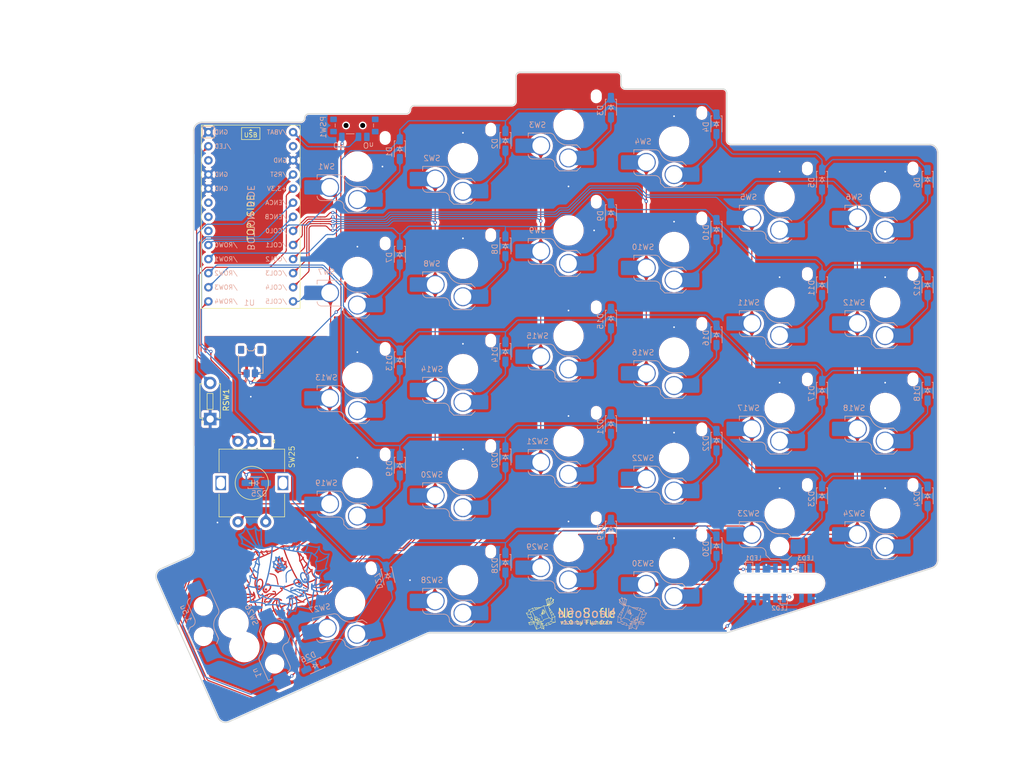
<source format=kicad_pcb>
(kicad_pcb (version 20241229) (generator "pcbnew") (generator_version "9.0")
  (title_block (title "NeoSofle") (date "2025-08-22") (rev "v1.0.0") (company "Fredrik Lundström"))
  (layers (0 "F.Cu" signal) (2 "B.Cu" signal) (13 "F.Paste" user) (15 "B.Paste" user) (5 "F.SilkS" user "F.Silkscreen") (7 "B.SilkS" user "B.Silkscreen") (1 "F.Mask" user) (3 "B.Mask" user) (25 "Edge.Cuts" user))
  (net 0 "")
  (net 1 "GND")
  (net 2 "Net-(D1-A)")
  (net 3 "Net-(D2-A)")
  (net 4 "Net-(D3-A)")
  (net 5 "Net-(D4-A)")
  (net 6 "Net-(D5-A)")
  (net 7 "Net-(D6-A)")
  (net 8 "Net-(D7-A)")
  (net 9 "Net-(D8-A)")
  (net 10 "Net-(D9-A)")
  (net 11 "Net-(D10-A)")
  (net 12 "Net-(D11-A)")
  (net 13 "Net-(D12-A)")
  (net 14 "Net-(D13-A)")
  (net 15 "Net-(D14-A)")
  (net 16 "Net-(D15-A)")
  (net 17 "Net-(D16-A)")
  (net 18 "Net-(D17-A)")
  (net 19 "Net-(D18-A)")
  (net 20 "Net-(D19-A)")
  (net 21 "Net-(D20-A)")
  (net 22 "Net-(D21-A)")
  (net 23 "Net-(D22-A)")
  (net 24 "Net-(D23-A)")
  (net 25 "Net-(D24-A)")
  (net 26 "Net-(D25-A)")
  (net 27 "Net-(D26-A)")
  (net 28 "Net-(D27-A)")
  (net 29 "Net-(D28-A)")
  (net 30 "Net-(D29-A)")
  (net 31 "Net-(D30-A)")
  (net 32 "+3.3V")
  (net 33 "Net-(LED1-DOUT)")
  (net 34 "Net-(LED2-DOUT)")
  (net 41 "/ROW0")
  (net 42 "/ROW1")
  (net 43 "/ROW2")
  (net 44 "/ROW3")
  (net 45 "/ROW4")
  (net 46 "/BAT+")
  (net 47 "/LED")
  (net 48 "/VBAT")
  (net 49 "/RST")
  (net 50 "/COL5")
  (net 51 "/COL4")
  (net 52 "/COL3")
  (net 53 "/COL2")
  (net 54 "/COL1")
  (net 55 "/COL0")
  (net 56 "/ENCB")
  (net 57 "/ENCA")
  (footprint "NeoSofle:Nice_Nano_V2" (layer "F.Cu") (at 141.578028 111.106761)
    (property "Reference" "U1")
    (property "Value" "nice!nano v2")
  )
  (footprint "Button_Switch_THT:SW_PUSH_1P1T_6x3.5mm_H4.3_APEM_MJTP1243" (layer "F.Cu") (at 134.27866 147.533368 90)
    (property "Reference" "RSW1")
    (property "Value" "SW_RST")
  )
  (footprint "NeoSofle:RotaryEncoder_Bourns_PEC11L-Switch_Vertical15mm" (layer "F.Cu") (at 144.278029 151.556762 -90)
    (property "Reference" "SW25")
    (property "Value" "RotaryEncoder_Switch")
  )
  (footprint "NeoSofle:JST_ACH_BM02B-ACHSS-GAN-ETF_1x02-1MP_P1.20mm_Vertical_HandSolder_Reversible" (layer "F.Cu") (at 141.586428 137.16 180)
    (property "Reference" "J1" (hide yes))
    (property "Value" "JST_ACH_BM02B-ACHSS-GAN-ETF_Socket")
  )
  (footprint "NeoSofle:Logo_6mm" (layer "F.Cu") (at 194.158173 182.839009 24)
    (property "Reference" "G***" (hide yes))
    (property "Value" "LOGO" (hide yes))
  )
  (footprint "NeoSofle:Logo_18mm" (layer "F.Cu") (at 146.816836 175.426408 24)
    (property "Reference" "REF**" (hide yes))
    (property "Value" "LOGO" (hide yes))
  )
  (footprint "NeoSofle:SW_Choc_V2_HS_CPG135001S30_1u" (layer "B.Cu") (at 236.778026 107.556758 180)
    (property "Reference" "SW5")
    (property "Value" "CPG135001S30")
  )
  (footprint "NeoSofle:SW_Choc_V2_HS_CPG135001S30_1u" (layer "B.Cu") (at 198.778032 113.556762 180)
    (property "Reference" "SW9")
    (property "Value" "CPG135001S30")
  )
  (footprint "NeoSofle:LED_SK6812MINI-E" (layer "B.Cu") (at 236.778031 177.095702 90)
    (property "Reference" "LED2")
    (property "Value" "SK6812MINI-E")
  )
  (footprint "NeoSofle:SW_Choc_V2_HS_CPG135001S30_1u" (layer "B.Cu") (at 160.778028 159.05676 180)
    (property "Reference" "SW19")
    (property "Value" "CPG135001S30")
  )
  (footprint "NeoSofle:D_SOD-123F_HandSolder" (layer "B.Cu") (at 225.41802 151.424757 -90)
    (property "Reference" "D22")
    (property "Value" "1N4148W")
  )
  (footprint "NeoSofle:D_SOD-123F_HandSolder" (layer "B.Cu") (at 168.418029 98.924762 -90)
    (property "Reference" "D1")
    (property "Value" "1N4148W")
  )
  (footprint "NeoSofle:D_SOD-123F_HandSolder" (layer "B.Cu") (at 206.418026 167.424764 -90)
    (property "Reference" "D29")
    (property "Value" "1N4148W")
  )
  (footprint "NeoSofle:D_SOD-123F_HandSolder" (layer "B.Cu") (at 244.418028 104.424763 -90)
    (property "Reference" "D5")
    (property "Value" "1N4148W")
  )
  (footprint "NeoSofle:D_SOD-123F_HandSolder" (layer "B.Cu") (at 263.418028 161.424757 -90)
    (property "Reference" "D24")
    (property "Value" "1N4148W")
  )
  (footprint "NeoSofle:SW_Choc_V2_HS_CPG135001S30_1u" (layer "B.Cu") (at 217.778023 97.556755 180)
    (property "Reference" "SW4")
    (property "Value" "CPG135001S30")
  )
  (footprint "NeoSofle:D_SOD-123F_HandSolder" (layer "B.Cu") (at 263.418031 123.424757 -90)
    (property "Reference" "D12")
    (property "Value" "1N4148W")
  )
  (footprint "NeoSofle:D_SOD-123F_HandSolder" (layer "B.Cu") (at 153.179446 191.972563 -156)
    (property "Reference" "D26")
    (property "Value" "1N4148W")
  )
  (footprint "NeoSofle:D_SOD-123F_HandSolder" (layer "B.Cu") (at 244.418028 161.42476 -90)
    (property "Reference" "D23")
    (property "Value" "1N4148W")
  )
  (footprint "NeoSofle:SW_Choc_V2_HS_CPG135001S30_1u" (layer "B.Cu") (at 198.778027 132.556757 180)
    (property "Reference" "SW15")
    (property "Value" "CPG135001S30")
  )
  (footprint "NeoSofle:D_SOD-123F_HandSolder" (layer "B.Cu") (at 187.418026 173.42476 -90)
    (property "Reference" "D28")
    (property "Value" "1N4148W")
  )
  (footprint "NeoSofle:D_SOD-123F_HandSolder" (layer "B.Cu") (at 166.275846 175.833109 -78)
    (property "Reference" "D27")
    (property "Value" "1N4148W")
  )
  (footprint "NeoSofle:SW_Choc_V2_HS_CPG135001S30_1u" (layer "B.Cu") (at 198.77803 151.556759 180)
    (property "Reference" "SW21")
    (property "Value" "CPG135001S30")
  )
  (footprint "NeoSofle:SW_Choc_V2_HS_CPG135001S30_1u" (layer "B.Cu") (at 179.778026 138.556757 180)
    (property "Reference" "SW14")
    (property "Value" "CPG135001S30")
  )
  (footprint "NeoSofle:Logo_18mm" (layer "B.Cu") (at 147.207506 175.143367 170)
    (property "Reference" "REF**" (hide yes))
    (property "Value" "LOGO" (hide yes))
  )
  (footprint "NeoSofle:D_SOD-123F_HandSolder" (layer "B.Cu") (at 187.41803 116.424762 -90)
    (property "Reference" "D8")
    (property "Value" "1N4148W")
  )
  (footprint "NeoSofle:SW_Choc_V2_HS_CPG135001S30_1u" (layer "B.Cu") (at 179.778027 100.55676 180)
    (property "Reference" "SW2")
    (property "Value" "CPG135001S30")
  )
  (footprint "NeoSofle:D_SOD-123F_HandSolder" (layer "B.Cu") (at 187.418026 97.424761 -90)
    (property "Reference" "D2")
    (property "Value" "1N4148W")
  )
  (footprint "NeoSofle:SW_Choc_V2_HS_CPG135001S30_1u" (layer "B.Cu") (at 236.778029 145.556762 180)
    (property "Reference" "SW17")
    (property "Value" "CPG135001S30")
  )
  (footprint "NeoSofle:SW_Choc_V2_HS_CPG135001S30_1u1.5u_Hybrid" (layer "B.Cu") (at 138.49039 184.262326 -66)
    (property "Reference" "SW26")
    (property "Value" "CPG135001S30")
  )
  (footprint "NeoSofle:SW_Choc_V2_HS_CPG135001S30_1u" (layer "B.Cu") (at 179.778029 176.556757 180)
    (property "Reference" "SW28")
    (property "Value" "CPG135001S30")
  )
  (footprint "NeoSofle:D_SOD-123F_HandSolder" (layer "B.Cu") (at 244.418027 142.424759 -90)
    (property "Reference" "D17")
    (property "Value" "1N4148W")
  )
  (footprint "NeoSofle:D_SOD-123F_HandSolder" (layer "B.Cu") (at 168.418026 117.924759 -90)
    (property "Reference" "D7")
    (property "Value" "1N4148W")
  )
  (footprint "NeoSofle:SW_Choc_V2_HS_CPG135001S30_1u" (layer "B.Cu") (at 160.778025 102.056759 180)
    (property "Reference" "SW1")
    (property "Value" "CPG135001S30")
  )
  (footprint "NeoSofle:D_SOD-123F_HandSolder" (layer "B.Cu") (at 225.418031 170.424755 -90)
    (property "Reference" "D30")
    (property "Value" "1N4148W")
  )
  (footprint "NeoSofle:D_SOD-123F_HandSolder" (layer "B.Cu") (at 225.418021 94.424761 -90)
    (property "Reference" "D4")
    (property "Value" "1N4148W")
  )
  (footprint "NeoSofle:D_SOD-123F_HandSolder" (layer "B.Cu") (at 142.578025 159.056757)
    (property "Reference" "D25")
    (property "Value" "1N4148W")
  )
  (footprint "NeoSofle:SW_Choc_V2_HS_CPG135001S30_1u" (layer "B.Cu") (at 217.778028 173.556759 180)
    (property "Reference" "SW30")
    (property "Value" "CPG135001S30")
  )
  (footprint "NeoSofle:D_SOD-123F_HandSolder" (layer "B.Cu") (at 244.418026 123.424758 -90)
    (property "Reference" "D11")
    (property "Value" "1N4148W")
  )
  (footprint "NeoSofle:D_SOD-123F_HandSolder" (layer "B.Cu") (at 225.418025 113.424757 -90)
    (property "Reference" "D10")
    (property "Value" "1N4148W")
  )
  (footprint "NeoSofle:SW_Choc_V2_HS_CPG135001S30_1u_NPTH" (layer "B.Cu") (at 236.778025 164.556756 180)
    (property "Reference" "SW23")
    (property "Value" "CPG135001S30")
  )
  (footprint "NeoSofle:SW_Choc_V2_HS_CPG135001S30_1u" (layer "B.Cu") (at 255.77803 145.556758 180)
    (property "Reference" "SW18")
    (property "Value" "CPG135001S30")
  )
  (footprint "NeoSofle:D_SOD-123F_HandSolder" (layer "B.Cu") (at 225.418027 132.424756 -90)
    (property "Reference" "D16")
    (property "Value" "1N4148W")
  )
  (footprint "NeoSofle:D_SOD-123F_HandSolder" (layer "B.Cu") (at 206.418031 129.424754 -90)
    (property "Reference" "D15")
    (property "Value" "1N4148W")
  )
  (footprint "NeoSofle:LED_SK6812MINI-E" (layer "B.Cu") (at 232.061959 177.095702 -90)
    (property "Reference" "LED1")
    (property "Value" "SK6812MINI-E")
  )
  (footprint "NeoSofle:SW_Choc_V2_HS_CPG135001S30_1u" (layer "B.Cu") (at 255.778027 164.556763 180)
    (property "Reference" "SW24")
    (property "Value" "CPG135001S30")
  )
  (footprint "NeoSofle:SW_Choc_V2_HS_CPG135001S30_1u" (layer "B.Cu") (at 217.778028 154.556758 180)
    (property "Reference" "SW22")
    (property "Value" "CPG135001S30")
  )
  (footprint "NeoSofle:SW_Choc_V2_HS_CPG135001S30_1u" (layer "B.Cu") (at 160.778028 121.05676 180)
    (property "Reference" "SW7")
    (property "Value" "CPG135001S30")
  )
  (footprint "NeoSofle:D_SOD-123F_HandSolder" (layer "B.Cu") (at 187.418027 154.424759 -90)
    (property "Reference" "D20")
    (property "Value" "1N4148W")
  )
  (footprint "NeoSofle:D_SOD-123F_HandSolder" (layer "B.Cu") (at 206.418027 91.424753 -90)
    (property "Reference" "D3")
    (property "Value" "1N4148W")
  )
  (footprint "NeoSofle:D_SOD-123F_HandSolder" (layer "B.Cu") (at 263.418028 104.424759 -90)
    (property "Reference" "D6")
    (property "Value" "1N4148W")
  )
  (footprint "NeoSofle:SW_Choc_V2_HS_CPG135001S30_1u" (layer "B.Cu") (at 159.45398 180.485112 -168)
    (property "Reference" "SW27")
    (property "Value" "CPG135001S30")
  )
  (footprint "NeoSofle:D_SOD-123F_HandSolder" (layer "B.Cu") (at 206.418023 148.42476 -90)
    (property "Reference" "D21")
    (property "Value" "1N4148W")
  )
  (footprint "NeoSofle:D_SOD-123F_HandSolder" (layer "B.Cu") (at 168.418027 155.924756 -90)
    (property "Reference" "D19")
    (property "Value" "1N4148W")
  )
  (footprint "NeoSofle:SW_Choc_V2_HS_CPG135001S30_1u" (layer "B.Cu") (at 198.778028 94.556757 180)
    (property "Reference" "SW3")
    (property "Value" "CPG135001S30")
  )
  (footprint "NeoSofle:SW_Choc_V2_HS_CPG135001S30_1u" (layer "B.Cu") (at 255.778026 107.55676 180)
    (property "Reference" "SW6")
    (property "Value" "CPG135001S30")
  )
  (footprint "NeoSofle:D_SOD-123F_HandSolder" (layer "B.Cu") (at 206.418029 110.424758 -90)
    (property "Reference" "D9")
    (property "Value" "1N4148W")
  )
  (footprint "NeoSofle:SW_Choc_V2_HS_CPG135001S30_1u" (layer "B.Cu") (at 198.778027 170.556765 180)
    (property "Reference" "SW29")
    (property "Value" "CPG135001S30")
  )
  (footprint "NeoSofle:SW_Choc_V2_HS_CPG135001S30_1u" (layer "B.Cu") (at 236.77803 126.556758 180)
    (property "Reference" "SW11")
    (property "Value" "CPG135001S30")
  )
  (footprint "NeoSofle:SW_Choc_V2_HS_CPG135001S30_1u" (layer "B.Cu") (at 160.778027 140.056761 180)
    (property "Reference" "SW13")
    (property "Value" "CPG135001S30")
  )
  (footprint "NeoSofle:SW_Choc_V2_HS_CPG135001S30_1u" (layer "B.Cu") (at 255.778028 126.556762 180)
    (property "Reference" "SW12")
    (property "Value" "CPG135001S30")
  )
  (footprint "NeoSofle:SW_SPDT_MSK12C02_HandSolder" (layer "B.Cu") (at 160.232499 94.656758)
    (property "Reference" "PSW1")
    (property "Value" "MSK12C02")
  )
  (footprint "NeoSofle:SW_Choc_V2_HS_CPG135001S30_1u" (layer "B.Cu") (at 217.778029 135.556756 180)
    (property "Reference" "SW16")
    (property "Value" "CPG135001S30")
  )
  (footprint "NeoSofle:SW_Choc_V2_HS_CPG135001S30_1u" (layer "B.Cu") (at 179.778029 119.556759 180)
    (property "Reference" "SW8")
    (property "Value" "CPG135001S30")
  )
  (footprint "NeoSofle:D_SOD-123F_HandSolder" (layer "B.Cu") (at 168.418026 136.924762 -90)
    (property "Reference" "D13")
    (property "Value" "1N4148W")
  )
  (footprint "NeoSofle:LED_SK6812MINI-E" (layer "B.Cu") (at 241.471959 177.095702 -90)
    (property "Reference" "LED3")
    (property "Value" "SK6812MINI-E")
  )
  (footprint "NeoSofle:D_SOD-123F_HandSolder" (layer "B.Cu") (at 187.418028 135.424759 -90)
    (property "Reference" "D14")
    (property "Value" "1N4148W")
  )
  (footprint "NeoSofle:Logo_6mm" (layer "B.Cu") (at 209.851482 182.839008 156)
    (property "Reference" "G***" (hide yes))
    (property "Value" "LOGO" (hide yes))
  )
  (footprint "NeoSofle:SW_Choc_V2_HS_CPG135001S30_1u" (layer "B.Cu") (at 179.77803 157.556761 180)
    (property "Reference" "SW20")
    (property "Value" "CPG135001S30")
  )
  (footprint "NeoSofle:SW_Choc_V2_HS_CPG135001S30_1u" (layer "B.Cu") (at 217.778027 116.55676 180)
    (property "Reference" "SW10")
    (property "Value" "CPG135001S30")
  )
  (footprint "NeoSofle:D_SOD-123F_HandSolder" (layer "B.Cu") (at 263.418028 142.424762 -90)
    (property "Reference" "D18")
    (property "Value" "1N4148W")
  )
  (gr_line (start 173.326757 186.186443) (end 137.660148 202.066316) (stroke (width 0.15)) (layer "Edge.Cuts"))
  (gr_arc (start 131.278028 95.55676) (mid 131.717368 94.4961) (end 132.778028 94.05676) (stroke (width 0.15)) (layer "Edge.Cuts"))
  (gr_line (start 230.428032 175.395702) (end 243.12803 175.395701) (stroke (width 0.05)) (layer "Edge.Cuts"))
  (gr_arc (start 151.278028 93.306761) (mid 151.497713 92.776466) (end 152.028028 92.55676) (stroke (width 0.15)) (layer "Edge.Cuts"))
  (gr_arc (start 189.278029 85.80676) (mid 189.497699 85.27643) (end 190.028029 85.05676) (stroke (width 0.15)) (layer "Edge.Cuts"))
  (gr_arc (start 228.028028 98.05676) (mid 227.497694 97.837098) (end 227.278028 97.30676) (stroke (width 0.15)) (layer "Edge.Cuts"))
  (gr_line (start 189.278029 85.80676) (end 189.278028 90.30676) (stroke (width 0.15)) (layer "Edge.Cuts"))
  (gr_arc (start 230.428034 178.795704) (mid 228.728032 177.095704) (end 230.428032 175.395702) (stroke (width 0.05)) (layer "Edge.Cuts"))
  (gr_line (start 230.428029 178.795702) (end 243.128032 178.795702) (stroke (width 0.05)) (layer "Edge.Cuts"))
  (gr_arc (start 226.528029 88.056758) (mid 227.058355 88.276436) (end 227.278029 88.806758) (stroke (width 0.15)) (layer "Edge.Cuts"))
  (gr_arc (start 137.660148 202.066316) (mid 136.512468 202.096395) (end 135.679722 201.306103) (stroke (width 0.15)) (layer "Edge.Cuts"))
  (gr_line (start 265.278026 172.957428) (end 265.278029 99.55676) (stroke (width 0.15)) (layer "Edge.Cuts"))
  (gr_line (start 169.528028 92.55676) (end 152.028028 92.55676) (stroke (width 0.15)) (layer "Edge.Cuts"))
  (gr_line (start 228.028028 98.05676) (end 263.778029 98.05676) (stroke (width 0.15)) (layer "Edge.Cuts"))
  (gr_arc (start 170.278028 91.80676) (mid 170.497698 91.27643) (end 171.028028 91.05676) (stroke (width 0.15)) (layer "Edge.Cuts"))
  (gr_line (start 188.528028 91.05676) (end 171.028028 91.05676) (stroke (width 0.15)) (layer "Edge.Cuts"))
  (gr_arc (start 173.326757 186.186443) (mid 173.624995 186.089539) (end 173.936864 186.05676) (stroke (width 0.15)) (layer "Edge.Cuts"))
  (gr_line (start 130.388134 172.266529) (end 125.384322 174.49437) (stroke (width 0.15)) (layer "Edge.Cuts"))
  (gr_arc (start 263.778029 98.05676) (mid 264.838685 98.496108) (end 265.278029 99.55676) (stroke (width 0.15)) (layer "Edge.Cuts"))
  (gr_arc (start 209.028027 88.05676) (mid 208.497697 87.83709) (end 208.278027 87.30676) (stroke (width 0.15)) (layer "Edge.Cuts"))
  (gr_arc (start 170.278028 91.80676) (mid 170.058358 92.33709) (end 169.528028 92.55676) (stroke (width 0.15)) (layer "Edge.Cuts"))
  (gr_line (start 131.278028 95.55676) (end 131.278029 170.896211) (stroke (width 0.15)) (layer "Edge.Cuts"))
  (gr_arc (start 131.278029 170.896211) (mid 131.036033 171.71317) (end 130.388134 172.266529) (stroke (width 0.15)) (layer "Edge.Cuts"))
  (gr_line (start 227.278028 97.30676) (end 227.278029 88.806758) (stroke (width 0.15)) (layer "Edge.Cuts"))
  (gr_arc (start 207.528027 85.05676) (mid 208.058357 85.27643) (end 208.278027 85.80676) (stroke (width 0.15)) (layer "Edge.Cuts"))
  (gr_arc (start 265.278026 172.957428) (mid 264.987891 173.844123) (end 264.229723 174.387802) (stroke (width 0.15)) (layer "Edge.Cuts"))
  (gr_line (start 227.498509 185.987133) (end 264.229723 174.387802) (stroke (width 0.15)) (layer "Edge.Cuts"))
  (gr_arc (start 151.278028 93.306759) (mid 151.058358 93.837089) (end 150.528028 94.056759) (stroke (width 0.15)) (layer "Edge.Cuts"))
  (gr_line (start 124.624109 176.474793) (end 135.679722 201.306103) (stroke (width 0.15)) (layer "Edge.Cuts"))
  (gr_arc (start 227.498509 185.987133) (mid 227.275328 186.03925) (end 227.046812 186.056759) (stroke (width 0.15)) (layer "Edge.Cuts"))
  (gr_line (start 226.528029 88.056758) (end 209.028027 88.05676) (stroke (width 0.15)) (layer "Edge.Cuts"))
  (gr_line (start 173.936864 186.05676) (end 227.046812 186.056759) (stroke (width 0.15)) (layer "Edge.Cuts"))
  (gr_arc (start 189.278028 90.30676) (mid 189.058358 90.83709) (end 188.528028 91.05676) (stroke (width 0.15)) (layer "Edge.Cuts"))
  (gr_arc (start 243.12803 175.395701) (mid 244.828032 177.095701) (end 243.128032 178.795703) (stroke (width 0.05)) (layer "Edge.Cuts"))
  (gr_line (start 207.528027 85.05676) (end 190.028029 85.05676) (stroke (width 0.15)) (layer "Edge.Cuts"))
  (gr_arc (start 124.624109 176.474793) (mid 124.594056 175.327136) (end 125.384322 174.49437) (stroke (width 0.15)) (layer "Edge.Cuts"))
  (gr_line (start 150.528028 94.056759) (end 132.778028 94.05676) (stroke (width 0.15)) (layer "Edge.Cuts"))
  (gr_line (start 208.278027 87.30676) (end 208.278027 85.80676) (stroke (width 0.15)) (layer "Edge.Cuts"))
  (gr_text "TOP SIDE" (at 141.578028 111.282608 90) (layer "F.SilkS") (effects (font (size 1.2 1.2))))
  (gr_text "v1.0 by Flundran" (at 201.981373 184.15 0) (layer "F.SilkS") (effects (font (size 0.73 0.73) (thickness 0.12) (bold yes))))
  (gr_text "NeoSofle" (at 196.647373 183.448605 0) (layer "F.SilkS") (effects (font (size 1.6 1.6) (thickness 0.2)) (justify left bottom)))
  (gr_text "NeoSofle" (at 207.442372 183.448608 0) (layer "B.SilkS") (effects (font (size 1.6 1.6) (thickness 0.2)) (justify left bottom mirror)))
  (gr_text "v1.0 by Flundran" (at 202.028279 184.15 0) (layer "B.SilkS") (effects (font (size 0.73 0.73) (thickness 0.12) (bold yes)) (justify mirror)))
  (gr_text "BOTTOM SIDE" (at 141.578028 111.282608 270) (layer "B.SilkS") (effects (font (size 1.2 1.2)) (justify mirror)))
  (via (at 217.77803 149.984756) (size 0.6) (drill 0.3) (layers "F.Cu" "B.Cu") (net 1))
  (via (at 135.590429 166.176607) (size 0.6) (drill 0.3) (layers "F.Cu" "B.Cu") (net 1))
  (via (at 255.778024 121.984752) (size 0.6) (drill 0.3) (layers "F.Cu" "B.Cu") (net 1))
  (via (at 236.778027 159.984757) (size 0.6) (drill 0.3) (layers "F.Cu" "B.Cu") (net 1))
  (via (at 217.778024 130.984753) (size 0.6) (drill 0.3) (layers "F.Cu" "B.Cu") (net 1))
  (via (at 141.585428 143.51) (size 0.6) (drill 0.3) (layers "F.Cu" "B.Cu") (net 1))
  (via (at 236.778029 140.984755) (size 0.6) (drill 0.3) (layers "F.Cu" "B.Cu") (net 1))
  (via (at 179.778029 133.984748) (size 0.6) (drill 0.3) (layers "F.Cu" "B.Cu") (net 1))
  (via (at 236.778028 121.984746) (size 0.6) (drill 0.3) (layers "F.Cu" "B.Cu") (net 1))
  (via (at 160.77803 116.484761) (size 0.6) (drill 0.3) (layers "F.Cu" "B.Cu") (net 1))
  (via (at 217.778032 111.984758) (size 0.6) (drill 0.3) (layers "F.Cu" "B.Cu") (net 1))
  (via (at 179.778027 152.984754) (size 0.6) (drill 0.3) (layers "F.Cu" "B.Cu") (net 1))
  (via (at 255.778026 140.98476) (size 0.6) (drill 0.3) (layers "F.Cu" "B.Cu") (net 1))
  (via (at 217.778028 92.984757) (size 0.6) (drill 0.3) (layers "F.Cu" "B.Cu") (net 1))
  (via (at 160.778028 135.484752) (size 0.6) (drill 0.3) (layers "F.Cu" "B.Cu") (net 1))
  (via (at 198.778028 165.984766) (size 0.6) (drill 0.3) (layers "F.Cu" "B.Cu") (net 1))
  (via (at 198.778025 127.984755) (size 0.6) (drill 0.3) (layers "F.Cu" "B.Cu") (net 1))
  (via (at 198.77803 146.98476) (size 0.6) (drill 0.3) (layers "F.Cu" "B.Cu") (net 1))
  (via (at 198.778031 105.637218) (size 0.6) (drill 0.3) (layers "F.Cu" "B.Cu") (net 1))
  (via (at 179.778028 95.984752) (size 0.6) (drill 0.3) (layers "F.Cu" "B.Cu") (net 1))
  (via (at 217.778025 168.984762) (size 0.6) (drill 0.3) (layers "F.Cu" "B.Cu") (net 1))
  (via (at 255.778024 159.98476) (size 0.6) (drill 0.3) (layers "F.Cu" "B.Cu") (net 1))
  (via (at 255.778028 102.984757) (size 0.6) (drill 0.3) (layers "F.Cu" "B.Cu") (net 1))
  (via (at 170.241502 176.556756) (size 0.6) (drill 0.3) (layers "F.Cu" "B.Cu") (net 1))
  (via (at 236.778032 102.984754) (size 0.6) (drill 0.3) (layers "F.Cu" "B.Cu") (net 1))
  (via (at 243.204426 179.80522) (size 0.6) (drill 0.3) (layers "F.Cu" "B.Cu") (net 1))
  (via (at 179.778032 114.984755) (size 0.6) (drill 0.3) (layers "F.Cu" "B.Cu") (net 1))
  (via (at 160.778029 154.484762) (size 0.6) (drill 0.3) (layers "F.Cu" "B.Cu") (net 1))
  (via (at 203.388501 113.556761) (size 0.6) (drill 0.3) (layers "F.Cu" "B.Cu") (net 1))
  (via (at 165.288499 102.056757) (size 0.6) (drill 0.3) (layers "F.Cu" "B.Cu") (net 1))
  (via (at 234.376501 173.82458) (size 0.6) (drill 0.3) (layers "F.Cu" "B.Cu") (net 1))
  (via (at 234.543957 180.376339) (size 0.6) (drill 0.3) (layers "F.Cu" "B.Cu") (net 1))
  (segment (start 243.194912 179.795702) (end 243.204426 179.80522) (width 0.2) (layer "B.Cu") (net 1))
  (segment (start 234.801174 174.249257) (end 234.376501 173.82458) (width 0.2) (layer "B.Cu") (net 1))
  (segment (start 236.02803 174.395703) (end 235.15473 174.395704) (width 0.2) (layer "B.Cu") (net 1))
  (segment (start 232.892425 179.805216) (end 233.765729 179.805215) (width 0.2) (layer "B.Cu") (net 1))
  (segment (start 242.221959 179.795702) (end 243.194912 179.795702) (width 0.2) (layer "B.Cu") (net 1))
  (segment (start 234.119283 179.951661) (end 234.543957 180.376339) (width 0.2) (layer "B.Cu") (net 1))
  (arc (start 234.801174 174.249257) (mid 234.963388 174.357643) (end 235.15473 174.395704) (width 0.2) (layer "B.Cu") (net 1))
  (arc (start 234.119283 179.951661) (mid 233.957071 179.843277) (end 233.765729 179.805215) (width 0.2) (layer "B.Cu") (net 1))
  (segment (start 168.271582 103.130698) (end 163.395528 108.006754) (width 0.2) (layer "B.Cu") (net 2))
  (segment (start 168.418031 100.674761) (end 168.418026 102.777142) (width 0.2) (layer "B.Cu") (net 2))
  (arc (start 168.418026 102.777142) (mid 168.379968 102.968487) (end 168.271582 103.130698) (width 0.2) (layer "B.Cu") (net 2))
  (segment (start 187.27158 101.630698) (end 182.39552 106.506757) (width 0.2) (layer "B.Cu") (net 3))
  (segment (start 187.418024 99.174759) (end 187.418025 101.277143) (width 0.2) (layer "B.Cu") (net 3))
  (arc (start 187.418025 101.277143) (mid 187.379965 101.468482) (end 187.27158 101.630698) (width 0.2) (layer "B.Cu") (net 3))
  (segment (start 206.418028 93.174755) (end 206.418028 95.277137) (width 0.2) (layer "B.Cu") (net 4))
  (segment (start 206.27158 95.63069) (end 201.395526 100.506746) (width 0.2) (layer "B.Cu") (net 4))
  (arc (start 206.418028 95.277137) (mid 206.379969 95.468479) (end 206.27158 95.63069) (width 0.2) (layer "B.Cu") (net 4))
  (segment (start 225.418022 96.17476) (end 225.418023 98.277143) (width 0.2) (layer "B.Cu") (net 5))
  (segment (start 225.271573 98.630697) (end 220.39552 103.506756) (width 0.2) (layer "B.Cu") (net 5))
  (arc (start 225.271573 98.630697) (mid 225.379964 98.468484) (end 225.418023 98.277143) (width 0.2) (layer "B.Cu") (net 5))
  (segment (start 244.271574 108.6307) (end 239.395521 113.506754) (width 0.2) (layer "B.Cu") (net 6))
  (segment (start 244.418024 106.174764) (end 244.418026 108.277145) (width 0.2) (layer "B.Cu") (net 6))
  (arc (start 244.418026 108.277145) (mid 244.379964 108.468487) (end 244.271574 108.6307) (width 0.2) (layer "B.Cu") (net 6))
  (segment (start 263.271583 108.630692) (end 258.395522 113.506754) (width 0.2) (layer "B.Cu") (net 7))
  (segment (start 263.418028 106.174762) (end 263.418029 108.277139) (width 0.2) (layer "B.Cu") (net 7))
  (arc (start 263.271583 108.630692) (mid 263.379967 108.468482) (end 263.418029 108.277139) (width 0.2) (layer "B.Cu") (net 7))
  (segment (start 168.41803 119.674757) (end 168.41803 121.777139) (width 0.2) (layer "B.Cu") (net 8))
  (segment (start 168.271581 122.130694) (end 163.395521 127.006752) (width 0.2) (layer "B.Cu") (net 8))
  (arc (start 168.41803 121.777139) (mid 168.379966 121.96848) (end 168.271581 122.130694) (width 0.2) (layer "B.Cu") (net 8))
  (segment (start 187.271573 120.630692) (end 182.39552 125.506748) (width 0.2) (layer "B.Cu") (net 9))
  (segment (start 187.41802 118.174754) (end 187.418021 120.277139) (width 0.2) (layer "B.Cu") (net 9))
  (arc (start 187.271573 120.630692) (mid 187.379963 120.468479) (end 187.418021 120.277139) (width 0.2) (layer "B.Cu") (net 9))
  (segment (start 206.418025 112.17475) (end 206.418025 114.277129) (width 0.2) (layer "B.Cu") (net 10))
  (segment (start 206.271577 114.630686) (end 201.395521 119.506745) (width 0.2) (layer "B.Cu") (net 10))
  (arc (start 206.271577 114.630686) (mid 206.379966 114.468474) (end 206.418025 114.277129) (width 0.2) (layer "B.Cu") (net 10))
  (segment (start 225.271576 117.63069) (end 220.395516 122.506751) (width 0.2) (layer "B.Cu") (net 11))
  (segment (start 225.418024 115.174755) (end 225.418021 117.277141) (width 0.2) (layer "B.Cu") (net 11))
  (arc (start 225.271576 117.63069) (mid 225.379961 117.468479) (end 225.418021 117.277141) (width 0.2) (layer "B.Cu") (net 11))
  (segment (start 244.271576 127.630696) (end 239.395518 132.506754) (width 0.2) (layer "B.Cu") (net 12))
  (segment (start 244.418022 125.174758) (end 244.418025 127.277142) (width 0.2) (layer "B.Cu") (net 12))
  (arc (start 244.418025 127.277142) (mid 244.379962 127.468483) (end 244.271576 127.630696) (width 0.2) (layer "B.Cu") (net 12))
  (segment (start 263.271577 127.630692) (end 258.39552 132.506749) (width 0.2) (layer "B.Cu") (net 13))
  (segment (start 263.418027 125.17475) (end 263.418021 127.277136) (width 0.2) (layer "B.Cu") (net 13))
  (arc (start 263.271577 127.630692) (mid 263.379964 127.468478) (end 263.418021 127.277136) (width 0.2) (layer "B.Cu") (net 13))
  (segment (start 168.271581 141.130695) (end 163.395521 146.006756) (width 0.2) (layer "B.Cu") (net 14))
  (segment (start 168.418026 138.674758) (end 168.418028 140.777143) (width 0.2) (layer "B.Cu") (net 14))
  (arc (start 168.271581 141.130695) (mid 168.379966 140.968485) (end 168.418028 140.777143) (width 0.2) (layer "B.Cu") (net 14))
  (segment (start 187.271575 139.630696) (end 182.395517 144.50675) (width 0.2) (layer "B.Cu") (net 15))
  (segment (start 187.418023 137.174761) (end 187.418021 139.277144) (width 0.2) (layer "B.Cu") (net 15))
  (arc (start 187.271575 139.630696) (mid 187.379961 139.468483) (end 187.418021 139.277144) (width 0.2) (layer "B.Cu") (net 15))
  (segment (start 206.271579 133.630688) (end 201.395522 138.506749) (width 0.2) (layer "B.Cu") (net 16))
  (segment (start 206.418026 131.174755) (end 206.418027 133.277136) (width 0.2) (layer "B.Cu") (net 16))
  (arc (start 206.271579 133.630688) (mid 206.379966 133.468479) (end 206.418027 133.277136) (width 0.2) (layer "B.Cu") (net 16))
  (segment (start 225.271575 136.630695) (end 220.395518 141.506753) (width 0.2) (layer "B.Cu") (net 17))
  (segment (start 225.418023 134.174761) (end 225.41802 136.277143) (width 0.2) (layer "B.Cu") (net 17))
  (arc (start 225.271575 136.630695) (mid 225.379962 136.468484) (end 225.41802 136.277143) (width 0.2) (layer "B.Cu") (net 17))
  (segment (start 244.271577 146.6307) (end 239.39552 151.506756) (width 0.2) (layer "B.Cu") (net 18))
  (segment (start 244.418022 144.174761) (end 244.418021 146.277143) (width 0.2) (layer "B.Cu") (net 18))
  (arc (start 244.418021 146.277143) (mid 244.379962 146.468487) (end 244.271577 146.6307) (width 0.2) (layer "B.Cu") (net 18))
  (segment (start 263.418027 144.174756) (end 263.418025 146.277137) (width 0.2) (layer "B.Cu") (net 19))
  (segment (start 263.27158 146.630693) (end 258.395521 151.506751) (width 0.2) (layer "B.Cu") (net 19))
  (arc (start 263.27158 146.630693) (mid 263.379964 146.468484) (end 263.418025 146.277137) (width 0.2) (layer "B.Cu") (net 19))
  (segment (start 168.418024 157.674758) (end 168.418027 159.777142) (width 0.2) (layer "B.Cu") (net 20))
  (segment (start 168.27158 160.130695) (end 163.395524 165.006753) (width 0.2) (layer "B.Cu") (net 20))
  (arc (start 168.27158 160.130695) (mid 168.379967 159.968484) (end 168.418027 159.777142) (width 0.2) (layer "B.Cu") (net 20))
  (segment (start 187.41802 156.174753) (end 187.418022 158.277138) (width 0.2) (layer "B.Cu") (net 21))
  (segment (start 187.271575 158.630693) (end 182.395515 163.506752) (width 0.2) (layer "B.Cu") (net 21))
  (arc (start 187.418022 158.277138) (mid 187.379962 158.468482) (end 187.271575 158.630693) (width 0.2) (layer "B.Cu") (net 21))
  (segment (start 206.271579 152.630688) (end 201.39552 157.506742) (width 0.2) (layer "B.Cu") (net 22))
  (segment (start 206.418025 150.174756) (end 206.418026 152.277136) (width 0.2) (layer "B.Cu") (net 22))
  (arc (start 206.271579 152.630688) (mid 206.379964 152.468475) (end 206.418026 152.277136) (width 0.2) (layer "B.Cu") (net 22))
  (segment (start 225.418019 153.174754) (end 225.418021 155.277142) (width 0.2) (layer "B.Cu") (net 23))
  (segment (start 225.271574 155.630694) (end 220.395518 160.506753) (width 0.2) (layer "B.Cu") (net 23))
  (arc (start 225.418021 155.277142) (mid 225.379962 155.468482) (end 225.271574 155.630694) (width 0.2) (layer "B.Cu") (net 23))
  (segment (start 244.418024 163.174757) (end 244.418023 165.277142) (width 0.2) (layer "B.Cu") (net 24))
  (segment (start 244.271575 165.6307) (end 239.395517 170.506751) (width 0.2) (layer "B.Cu") (net 24))
  (arc (start 244.271575 165.6307) (mid 244.379961 165.468482) (end 244.418023 165.277142) (width 0.2) (layer "B.Cu") (net 24))
  (segment (start 263.418026 163.174756) (end 263.418022 165.277134) (width 0.2) (layer "B.Cu") (net 25))
  (segment (start 263.271579 165.630689) (end 258.395521 170.506747) (width 0.2) (layer "B.Cu") (net 25))
  (arc (start 263.418022 165.277134) (mid 263.379963 165.468477) (end 263.271579 165.630689) (width 0.2) (layer "B.Cu") (net 25))
  (segment (start 144.328028 159.056758) (end 144.328029 166.006762) (width 0.2) (layer "B.Cu") (net 26))
  (segment (start 143.896895 187.679983) (end 143.393313 186.548922) (width 0.2) (layer "B.Cu") (net 27))
  (segment (start 140.397486 191.824666) (end 142.699293 190.79984) (width 0.2) (layer "B.Cu") (net 27))
  (segment (start 134.386857 189.674266) (end 140.014936 191.834685) (width 0.2) (layer "B.Cu") (net 27))
  (segment (start 142.962716 190.522247) (end 143.906912 188.062536) (width 0.2) (layer "B.Cu") (net 27))
  (segment (start 148.020562 184.688055) (end 151.580744 192.684351) (width 0.2) (layer "B.Cu") (net 27))
  (segment (start 144.525921 183.18972) (end 147.742972 184.424631) (width 0.2) (layer "B.Cu") (net 27))
  (segment (start 143.38329 186.166369) (end 144.525921 183.18972) (width 0.2) (layer "B.Cu") (net 27))
  (arc (start 148.020562 184.688055) (mid 147.907966 184.528733) (end 147.742972 184.424631) (width 0.2) (layer "B.Cu") (net 27))
  (arc (start 142.699293 190.79984) (mid 142.858612 190.687242) (end 142.962716 190.522247) (width 0.2) (layer "B.Cu") (net 27))
  (arc (start 140.397486 191.824666) (mid 140.207206 191.867724) (end 140.014936 191.834685) (width 0.2) (layer "B.Cu") (net 27))
  (arc (start 143.906912 188.062536) (mid 143.939948 187.870265) (end 143.896895 187.679983) (width 0.2) (layer "B.Cu") (net 27))
  (arc (start 143.38329 186.166369) (mid 143.350257 186.358642) (end 143.393313 186.548922) (width 0.2) (layer "B.Cu") (net 27))
  (segment (start 166.639696 177.544863) (end 167.076804 179.601305) (width 0.2) (layer "B.Cu") (net 28))
  (segment (start 167.007061 179.977581) (end 163.25135 185.760873) (width 0.2) (layer "B.Cu") (net 28))
  (arc (start 167.007061 179.977581) (mid 167.079355 179.796379) (end 167.076804 179.601305) (width 0.2) (layer "B.Cu") (net 28))
  (segment (start 187.27158 177.630695) (end 182.395524 182.506751) (width 0.2) (layer "B.Cu") (net 29))
  (segment (start 187.418024 175.174758) (end 187.418022 177.277141) (width 0.2) (layer "B.Cu") (net 29))
  (arc (start 187.27158 177.630695) (mid 187.379969 177.468483) (end 187.418022 177.277141) (width 0.2) (layer "B.Cu") (net 29))
  (segment (start 206.271584 171.630688) (end 201.395524 176.506745) (width 0.2) (layer "B.Cu") (net 30))
  (segment (start 206.418031 169.174751) (end 206.418031 171.277133) (width 0.2) (layer "B.Cu") (net 30))
  (arc (start 206.271584 171.630688) (mid 206.379972 171.468475) (end 206.418031 171.277133) (width 0.2) (layer "B.Cu") (net 30))
  (segment (start 225.27158 174.630698) (end 220.395518 179.506752) (width 0.2) (layer "B.Cu") (net 31))
  (segment (start 225.418028 172.174759) (end 225.418026 174.277146) (width 0.2) (layer "B.Cu") (net 31))
  (arc (start 225.27158 174.630698) (mid 225.379967 174.468488) (end 225.418026 174.277146) (width 0.2) (layer "B.Cu") (net 31))
  (segment (start 145.216401 120.057313) (end 147.836052 117.437664) (width 0.2) (layer "F.Cu") (net 32))
  (segment (start 142.903995 198.080178) (end 133.974453 194.652448) (width 0.2) (layer "F.Cu") (net 32))
  (segment (start 229.459083 174.595844) (end 230.213896 174.595845) (width 0.2) (layer "F.Cu") (net 32))
  (segment (start 229.130675 179.54315) (end 238.514948 179.54315) (width 0.2) (layer "F.Cu") (net 32))
  (segment (start 132.281316 172.3) (end 132.281315 172.299999) (width 0.2) (layer "F.Cu") (net 32))
  (segment (start 132.376474 121.345003) (end 133.371271 120.350205) (width 0.2) (layer "F.Cu") (net 32))
  (segment (start 132.427763 153.085285) (end 133.480137 152.032912) (width 0.2) (layer "F.Cu") (net 32))
  (segment (start 173.302898 185.098) (end 143.762032 198.252681) (width 0.2) (layer "F.Cu") (net 32))
  (segment (start 173.506295 185.05476) (end 223.20485 185.05476) (width 0.2) (layer "F.Cu") (net 32))
  (segment (start 223.558405 184.908311) (end 227.5185 180.948219) (width 0.2) (layer "F.Cu") (net 32))
  (segment (start 132.281315 172.299999) (end 132.281316 153.438839) (width 0.2) (layer "F.Cu") (net 32))
  (segment (start 133.696864 194.389026) (end 133.279469 193.451538) (width 0.2) (layer "F.Cu") (net 32))
  (segment (start 143.379481 198.262699) (end 142.903995 198.080178) (width 0.2) (layer "F.Cu") (net 32))
  (segment (start 230.213896 174.595845) (end 239.648281 174.595845) (width 0.2) (layer "F.Cu") (net 32))
  (segment (start 133.176471 136.774008) (end 132.376472 135.974007) (width 0.2) (layer "F.Cu") (net 32))
  (segment (start 239.648281 174.595845) (end 239.648426 174.595701) (width 0.2) (layer "F.Cu") (net 32))
  (segment (start 133.724826 120.203758) (end 144.862848 120.203761) (width 0.2) (layer "F.Cu") (net 32))
  (segment (start 147.982498 117.08411) (end 147.982499 107.449395) (width 0.2) (layer "F.Cu") (net 32))
  (segment (start 136.726136 140.323675) (end 133.176471 136.774008) (width 0.2) (layer "F.Cu") (net 32))
  (segment (start 136.872585 148.433359) (end 136.872583 140.67723) (width 0.2) (layer "F.Cu") (net 32))
  (segment (start 227.518498 176.536432) (end 227.5185 180.948219) (width 0.2) (layer "F.Cu") (net 32))
  (segment (start 128.427695 182.194222) (end 129.034601 180.613177) (width 0.2) (layer "F.Cu") (net 32))
  (segment (start 148.128944 107.095841) (end 149.198028 106.026758) (width 0.2) (layer "F.Cu") (net 32))
  (segment (start 133.279469 193.451538) (end 128.437712 182.576774) (width 0.2) (layer "F.Cu") (net 32))
  (segment (start 132.230026 135.620454) (end 132.230027 121.698557) (width 0.2) (layer "F.Cu") (net 32))
  (segment (start 239.543792 174.700336) (end 239.648426 174.595701) (width 0.2) (layer "F.Cu") (net 32))
  (segment (start 129.034601 180.613177) (end 132.281316 172.3) (width 0.2) (layer "F.Cu") (net 32))
  (segment (start 228.777121 179.689597) (end 227.5185 180.948219) (width 0.2) (layer "F.Cu") (net 32))
  (segment (start 227.664945 176.182877) (end 229.105531 174.742292) (width 0.2) (layer "F.Cu") (net 32))
  (segment (start 230.213896 174.595845) (end 230.318384 174.700338) (width 0.2) (layer "F.Cu") (net 32))
  (segment (start 238.514948 179.54315) (end 238.567501 179.595701) (width 0.2) (layer "F.Cu") (net 32))
  (segment (start 133.480137 152.032912) (end 136.726136 148.786914) (width 0.2) (layer "F.Cu") (net 32))
  (via (at 230.213896 174.595845) (size 0.6) (drill 0.3) (layers "F.Cu" "B.Cu") (net 32))
  (via (at 238.567501 179.595701) (size 0.6) (drill 0.3) (layers "F.Cu" "B.Cu") (net 32))
  (via (at 239.648426 174.595701) (size 0.6) (drill 0.3) (layers "F.Cu" "B.Cu") (net 32))
  (arc (start 229.459083 174.595844) (mid 229.267742 174.633906) (end 229.105531 174.742292) (width 0.2) (layer "F.Cu") (net 32))
  (arc (start 144.862848 120.203761) (mid 145.054192 120.165699) (end 145.216401 120.057313) (width 0.2) (layer "F.Cu") (net 32))
  (arc (start 227.518498 176.536432) (mid 227.556557 176.345089) (end 227.664945 176.182877) (width 0.2) (layer "F.Cu") (net 32))
  (arc (start 132.427763 153.085285) (mid 132.319376 153.247497) (end 132.281316 153.438839) (width 0.2) (layer "F.Cu") (net 32))
  (arc (start 132.230027 121.698557) (mid 132.268087 121.507215) (end 132.376474 121.345003) (width 0.2) (layer "F.Cu") (net 32))
  (arc (start 147.982499 107.449395) (mid 148.02056 107.258054) (end 148.128944 107.095841) (width 0.2) (layer "F.Cu") (net 32))
  (arc (start 228.777121 179.689597) (mid 228.939331 179.581211) (end 229.130675 179.54315) (width 0.2) (layer "F.Cu") (net 32))
  (arc (start 136.726136 148.786914) (mid 136.834524 148.624701) (end 136.872585 148.433359) (width 0.2) (layer "F.Cu") (net 32))
  (arc (start 132.376472 135.974007) (mid 132.268087 135.811797) (end 132.230026 135.620454) (width 0.2) (layer "F.Cu") (net 32))
  (arc (start 223.20485 185.05476) (mid 223.396194 185.016696) (end 223.558405 184.908311) (width 0.2) (layer "F.Cu") (net 32))
  (arc (start 143.762032 198.252681) (mid 143.571753 198.295737) (end 143.379481 198.262699) (width 0.2) (layer "F.Cu") (net 32))
  (arc (start 147.836052 117.437664) (mid 147.944438 117.275453) (end 147.982498 117.08411) (width 0.2) (layer "F.Cu") (net 32))
  (arc (start 128.437712 182.576774) (mid 128.394656 182.386494) (end 128.427695 182.194222) (width 0.2) (layer "F.Cu") (net 32))
  (arc (start 136.872583 140.67723) (mid 136.834523 140.485889) (end 136.726136 140.323675) (width 0.2) (layer "F.Cu") (net 32))
  (arc (start 133.371271 120.350205) (mid 133.533483 120.241819) (end 133.724826 120.203758) (width 0.2) (layer "F.Cu") (net 32))
  (arc (start 133.974453 194.652448) (mid 133.80946 194.548345) (end 133.696864 194.389026) (width 0.2) (layer "F.Cu") (net 32))
  (arc (start 173.302898 185.098) (mid 173.402324 185.065689) (end 173.506295 185.05476) (width 0.2) (layer "F.Cu") (net 32))
  (segment (start 238.567501 179.595701) (end 237.728028 179.595699) (width 0.2) (layer "B.Cu") (net 32))
  (segment (start 230.213896 174.595845) (end 231.111814 174.595847) (width 0.2) (layer "B.Cu") (net 32))
  (segment (start 239.648426 174.595701) (end 240.521957 174.595703) (width 0.2) (layer "B.Cu") (net 32))
  (segment (start 237.381583 173.859255) (end 236.83926 173.316933) (width 0.2) (layer "B.Cu") (net 33))
  (segment (start 236.485707 173.170487) (end 233.793066 173.170487) (width 0.2) (layer "B.Cu") (net 33))
  (segment (start 237.52803 174.395703) (end 237.52803 174.212809) (width 0.2) (layer "B.Cu") (net 33))
  (segment (start 233.439513 173.316934) (end 232.958405 173.798041) (width 0.2) (layer "B.Cu") (net 33))
  (segment (start 232.811959 174.151594) (end 232.81196 174.395701) (width 0.2) (layer "B.Cu") (net 33))
  (arc (start 236.485707 173.170487) (mid 236.677049 173.208546) (end 236.83926 173.316933) (width 0.2) (layer "B.Cu") (net 33))
  (arc (start 232.811959 174.151594) (mid 232.850019 173.960254) (end 232.958405 173.798041) (width 0.2) (layer "B.Cu") (net 33))
  (arc (start 237.52803 174.212809) (mid 237.48997 174.021468) (end 237.381583 173.859255) (width 0.2) (layer "B.Cu") (net 33))
  (arc (start 233.439513 173.316934) (mid 233.601724 173.208547) (end 233.793066 173.170487) (width 0.2) (layer "B.Cu") (net 33))
  (segment (start 236.02803 179.795703) (end 236.028031 179.900596) (width 0.2) (layer "B.Cu") (net 34))
  (segment (start 237.171922 181.044488) (end 239.728852 181.044487) (width 0.2) (layer "B.Cu") (net 34))
  (segment (start 240.082406 180.89804) (end 240.575513 180.404933) (width 0.2) (layer "B.Cu") (net 34))
  (segment (start 240.72196 180.05138) (end 240.721959 179.795703) (width 0.2) (layer "B.Cu") (net 34))
  (segment (start 236.174477 180.25415) (end 236.818368 180.898041) (width 0.2) (layer "B.Cu") (net 34))
  (arc (start 240.72196 180.05138) (mid 240.683898 180.24272) (end 240.575513 180.404933) (width 0.2) (layer "B.Cu") (net 34))
  (arc (start 236.818368 180.898041) (mid 236.980579 181.006426) (end 237.171922 181.044488) (width 0.2) (layer "B.Cu") (net 34))
  (arc (start 236.028031 179.900596) (mid 236.06609 180.091939) (end 236.174477 180.25415) (width 0.2) (layer "B.Cu") (net 34))
  (arc (start 239.728852 181.044487) (mid 239.920194 181.006427) (end 240.082406 180.89804) (width 0.2) (layer "B.Cu") (net 34))
  (segment (start 159.633959 99.212341) (end 159.689731 99.206052) (width 0.2) (layer "B.Cu") (net 41))
  (segment (start 246.494134 100.805755) (end 261.341918 100.805757) (width 0.2) (layer "B.Cu") (net 41))
  (segment (start 159.579244 99.224832) (end 159.633959 99.212341) (width 0.2) (layer "B.Cu") (net 41))
  (segment (start 148.550825 112.58376) (end 151.623757 112.583758) (width 0.2) (layer "B.Cu") (net 41))
  (segment (start 207.747137 90.796759) (end 223.332912 90.796755) (width 0.2) (layer "B.Cu") (net 41))
  (segment (start 157.927027 100.996523) (end 157.927342 100.96846) (width 0.2) (layer "B.Cu") (net 41))
  (segment (start 148.466993 112.590363) (end 148.522765 112.584079) (width 0.2) (layer "B.Cu") (net 41))
  (segment (start 168.418027 97.140092) (end 168.418029 95.334091) (width 0.2) (layer "B.Cu") (net 41))
  (segment (start 148.308735 112.645736) (end 148.359304 112.621385) (width 0.2) (layer "B.Cu") (net 41))
  (segment (start 145.375316 115.498971) (end 145.425886 115.474622) (width 0.2) (layer "B.Cu") (net 41))
  (segment (start 225.418024 92.674759) (end 226.172581 93.429313) (width 0.2) (layer "B.Cu") (net 41))
  (segment (start 157.964665 100.805014) (end 157.989016 100.754448) (width 0.2) (layer "B.Cu") (net 41))
  (segment (start 261.695475 100.952203) (end 263.418025 102.674759) (width 0.2) (layer "B.Cu") (net 41))
  (segment (start 158.073473 100.642966) (end 159.36424 99.352201) (width 0.2) (layer "B.Cu") (net 41))
  (segment (start 159.428182 99.297587) (end 159.475704 99.267725) (width 0.2) (layer "B.Cu") (net 41))
  (segment (start 159.384305 99.332583) (end 159.428182 99.297587) (width 0.2) (layer "B.Cu") (net 41))
  (segment (start 168.418027 95.368753) (end 169.834576 93.952204) (width 0.2) (layer "B.Cu") (net 41))
  (segment (start 134.676759 115.555642) (end 134.731477 115.543156) (width 0.2) (layer "B.Cu") (net 41))
  (segment (start 159.36424 99.352201) (end 159.384305 99.332583) (width 0.2) (layer "B.Cu") (net 41))
  (segment (start 159.475704 99.267725) (end 159.526269 99.243373) (width 0.2) (layer "B.Cu") (net 41))
  (segment (start 166.387029 99.205753) (end 166.387031 99.20576) (width 0.2) (layer "B.Cu") (net 41))
  (segment (start 159.526269 99.243373) (end 159.579244 99.224832) (width 0.2) (layer "B.Cu") (net 41))
  (segment (start 134.815312 115.536583) (end 145.183786 115.536584) (width 0.2) (layer "B.Cu") (net 41))
  (segment (start 244.418028 101.075872) (end 244.418026 102.674763) (width 0.2) (layer "B.Cu") (net 41))
  (segment (start 145.183786 115.536584) (end 145.211848 115.536271) (width 0.2) (layer "B.Cu") (net 41))
  (segment (start 244.418023 102.674761) (end 246.140585 100.952206) (width 0.2) (layer "B.Cu") (net 41))
  (segment (start 166.387031 99.20576) (end 168.41803 97.174762) (width 0.2) (layer "B.Cu") (net 41))
  (segment (start 145.517293 115.409777) (end 145.537341 115.390135) (width 0.2) (layer "B.Cu") (net 41))
  (segment (start 145.473413 115.444764) (end 145.517293 115.409777) (width 0.2) (layer "B.Cu") (net 41))
  (segment (start 151.977312 112.437312) (end 157.78058 106.634044) (width 0.2) (layer "B.Cu") (net 41))
  (segment (start 134.731477 115.543156) (end 134.787252 115.536867) (width 0.2) (layer "B.Cu") (net 41))
  (segment (start 134.481813 115.663395) (end 134.525692 115.6284) (width 0.2) (layer "B.Cu") (net 41))
  (segment (start 157.989016 100.754448) (end 158.018879 100.706928) (width 0.2) (layer "B.Cu") (net 41))
  (segment (start 226.465475 97.980192) (end 228.144597 99.659313) (width 0.2) (layer "B.Cu") (net 41))
  (segment (start 134.573217 115.598536) (end 134.623784 115.574181) (width 0.2) (layer "B.Cu") (net 41))
  (segment (start 148.217337 112.710583) (end 148.261216 112.675595) (width 0.2) (layer "B.Cu") (net 41))
  (segment (start 145.211848 115.536271) (end 145.267624 115.529987) (width 0.2) (layer "B.Cu") (net 41))
  (segment (start 157.927342 100.96846) (end 157.933631 100.912692) (width 0.2) (layer "B.Cu") (net 41))
  (segment (start 148.412277 112.602851) (end 148.466993 112.590363) (width 0.2) (layer "B.Cu") (net 41))
  (segment (start 145.322342 115.517504) (end 145.375316 115.498971) (width 0.2) (layer "B.Cu") (net 41))
  (segment (start 187.418031 95.64009) (end 187.41803 93.834094) (width 0.2) (layer "B.Cu") (net 41))
  (segment (start 243.501477 99.952209) (end 244.271581 100.722319) (width 0.2) (layer "B.Cu") (net 41))
  (segment (start 158.018879 100.706928) (end 158.053875 100.663061) (width 0.2) (layer "B.Cu") (net 41))
  (segment (start 157.927026 106.280493) (end 157.927027 100.996523) (width 0.2) (layer "B.Cu") (net 41))
  (segment (start 170.188133 93.805754) (end 187.355027 93.805758) (width 0.2) (layer "B.Cu") (net 41))
  (segment (start 228.498152 99.805759) (end 243.147923 99.805762) (width 0.2) (layer "B.Cu") (net 41))
  (segment (start 145.425886 115.474622) (end 145.473413 115.444764) (width 0.2) (layer "B.Cu") (net 41))
  (segment (start 145.537341 115.390135) (end 148.19727 112.730205) (width 0.2) (layer "B.Cu") (net 41))
  (segment (start 159.717792 99.20576) (end 166.387029 99.205753) (width 0.2) (layer "B.Cu") (net 41))
  (segment (start 133.958028 116.186762) (end 134.461759 115.683032) (width 0.2) (layer "B.Cu") (net 41))
  (segment (start 134.525692 115.6284) (end 134.573217 115.598536) (width 0.2) (layer "B.Cu") (net 41))
  (segment (start 148.261216 112.675595) (end 148.308735 112.645736) (width 0.2) (layer "B.Cu") (net 41))
  (segment (start 223.686464 90.943204) (end 225.418024 92.67476) (width 0.2) (layer "B.Cu") (net 41))
  (segment (start 148.522765 112.584079) (end 148.550825 112.58376) (width 0.2) (layer "B.Cu") (net 41))
  (segment (start 145.267624 115.529987) (end 145.322342 115.517504) (width 0.2) (layer "B.Cu") (net 41))
  (segment (start 158.053875 100.663061) (end 158.073473 100.642966) (width 0.2) (layer "B.Cu") (net 41))
  (segment (start 148.359304 112.621385) (end 148.412277 112.602851) (width 0.2) (layer "B.Cu") (net 41))
  (segment (start 157.946124 100.857981) (end 157.964665 100.805014) (width 0.2) (layer "B.Cu") (net 41))
  (segment (start 148.19727 112.730205) (end 148.217337 112.710583) (width 0.2) (layer "B.Cu") (net 41))
  (segment (start 226.319023 93.782868) (end 226.319023 97.626636) (width 0.2) (layer "B.Cu") (net 41))
  (segment (start 204.533469 91.559311) (end 206.418028 89.674756) (width 0.2) (layer "B.Cu") (net 41))
  (segment (start 134.461759 115.683032) (end 134.481813 115.663395) (width 0.2) (layer "B.Cu") (net 41))
  (segment (start 134.787252 115.536867) (end 134.815312 115.536583) (width 0.2) (layer "B.Cu") (net 41))
  (segment (start 206.418028 89.674756) (end 207.39358 90.650311) (width 0.2) (layer "B.Cu") (net 41))
  (segment (start 189.788136 91.705762) (end 204.179915 91.70576) (width 0.2) (layer "B.Cu") (net 41))
  (segment (start 187.418022 93.868757) (end 189.434582 91.852205) (width 0.2) (layer "B.Cu") (net 41))
  (segment (start 134.623784 115.574181) (end 134.676759 115.555642) (width 0.2) (layer "B.Cu") (net 41))
  (segment (start 157.933631 100.912692) (end 157.946124 100.857981) (width 0.2) (layer "B.Cu") (net 41))
  (segment (start 159.689731 99.206052) (end 159.717792 99.20576) (width 0.2) (layer "B.Cu") (net 41))
  (arc (start 151.977312 112.437312) (mid 151.815101 112.545699) (end 151.623757 112.583758) (width 0.2) (layer "B.Cu") (net 41))
  (arc (start 189.434582 91.852205) (mid 189.596795 91.74382) (end 189.788136 91.705762) (width 0.2) (layer "B.Cu") (net 41))
  (arc (start 223.686464 90.943204) (mid 223.524251 90.834817) (end 223.332912 90.796755) (width 0.2) (layer "B.Cu") (net 41))
  (arc (start 243.147923 99.805762) (mid 243.33926 99.843824) (end 243.501477 99.952209) (width 0.2) (layer "B.Cu") (net 41))
  (arc (start 204.533469 91.559311) (mid 204.371258 91.6677) (end 204.179915 91.70576) (width 0.2) (layer "B.Cu") (net 41))
  (arc (start 246.140585 100.952206) (mid 246.302796 100.843816) (end 246.494134 100.805755) (width 0.2) (layer "B.Cu") (net 41))
  (arc (start 170.188133 93.805754) (mid 169.99679 93.843816) (end 169.834576 93.952204) (width 0.2) (layer "B.Cu") (net 41))
  (arc (start 244.418028 101.075872) (mid 244.379967 100.884526) (end 244.271581 100.722319) (width 0.2) (layer "B.Cu") (net 41))
  (arc (start 207.39358 90.650311) (mid 207.555795 90.758698) (end 207.747137 90.796759) (width 0.2) (layer "B.Cu") (net 41))
  (arc (start 157.927026 106.280493) (mid 157.888966 106.471833) (end 157.78058 106.634044) (width 0.2) (layer "B.Cu") (net 41))
  (arc (start 261.695475 100.952203) (mid 261.533263 100.843817) (end 261.341918 100.805757) (width 0.2) (layer "B.Cu") (net 41))
  (arc (start 228.498152 99.805759) (mid 228.306807 99.7677) (end 228.144597 99.659313) (width 0.2) (layer "B.Cu") (net 41))
  (arc (start 226.319023 93.782868) (mid 226.280966 93.591526) (end 226.172581 93.429313) (width 0.2) (layer "B.Cu") (net 41))
  (arc (start 226.465475 97.980192) (mid 226.357086 97.817978) (end 226.319023 97.626636) (width 0.2) (layer "B.Cu") (net 41))
  (segment (start 244.271579 119.722308) (end 243.501471 118.952206) (width 0.2) (layer "B.Cu") (net 42))
  (segment (start 156.707221 114.159316) (end 157.577633 113.288901) (width 0.2) (layer "B.Cu") (net 42))
  (segment (start 155.390533 114.305758) (end 156.353667 114.305758) (width 0.2) (layer "B.Cu") (net 42))
  (segment (start 244.418024 121.674762) (end 244.418029 120.075865) (width 0.2) (layer "B.Cu") (net 42))
  (segment (start 203.425523 106.805763) (end 204.341924 106.805761) (width 0.2) (layer "B.Cu") (net 42))
  (segment (start 207.756139 109.805761) (end 223.341918 109.805758) (width 0.2) (layer "B.Cu") (net 42))
  (segment (start 168.418027 116.140093) (end 168.418027 114.33409) (width 0.2) (layer "B.Cu") (net 42))
  (segment (start 243.147922 118.805755) (end 232.756137 118.805759) (width 0.2) (layer "B.Cu") (net 42))
  (segment (start 261.695471 119.952198) (end 263.418028 121.674753) (width 0.2) (layer "B.Cu") (net 42))
  (segment (start 244.418028 121.674759) (end 246.140584 119.9522) (width 0.2) (layer "B.Cu") (net 42))
  (segment (start 134.887582 117.797208) (end 133.958031 118.72676) (width 0.2) (layer "B.Cu") (net 42))
  (segment (start 225.418025 111.674757) (end 232.402584 118.659312) (width 0.2) (layer "B.Cu") (net 42))
  (segment (start 168.771579 114.015201) (end 169.834573 112.952209) (width 0.2) (layer "B.Cu") (net 42))
  (segment (start 170.18813 112.805759) (end 187.355026 112.805759) (width 0.2) (layer "B.Cu") (net 42))
  (segment (start 204.695478 106.952207) (end 206.41803 108.674757) (width 0.2) (layer "B.Cu") (net 42))
  (segment (start 206.418032 108.674759) (end 207.402585 109.659316) (width 0.2) (layer "B.Cu") (net 42))
  (segment (start 187.41803 114.640088) (end 187.41803 112.834092) (width 0.2) (layer "B.Cu") (net 42))
  (segment (start 199.464868 110.559311) (end 203.071968 106.95221) (width 0.2) (layer "B.Cu") (net 42))
  (segment (start 135.241137 117.650765) (end 150.273958 117.650758) (width 0.2) (layer "B.Cu") (net 42))
  (segment (start 167.338172 113.288902) (end 168.064475 114.015204) (width 0.2) (layer "B.Cu") (net 42))
  (segment (start 197.450656 110.852207) (end 195.580553 112.722309) (width 0.2) (layer "B.Cu") (net 42))
  (segment (start 223.695472 109.952205) (end 225.418027 111.674755) (width 0.2) (layer "B.Cu") (net 42))
  (segment (start 246.494139 119.805754) (end 261.341919 119.805759) (width 0.2) (layer "B.Cu") (net 42))
  (segment (start 195.226997 112.868757) (end 187.418021 112.868761) (width 0.2) (layer "B.Cu") (net 42))
  (segment (start 151.984875 117.504314) (end 155.03698 114.452204) (width 0.2) (layer "B.Cu") (net 42))
  (segment (start 150.273958 117.650758) (end 151.631321 117.65076) (width 0.2) (layer "B.Cu") (net 42))
  (segment (start 157.931186 113.142454) (end 166.984615 113.142454) (width 0.2) (layer "B.Cu") (net 42))
  (segment (start 199.111315 110.705757) (end 197.80421 110.705755) (width 0.2) (layer "B.Cu") (net 42))
  (arc (start 168.771579 114.015201) (mid 168.418028 114.161648) (end 168.064475 114.015204) (width 0.2) (layer "B.Cu") (net 42))
  (arc (start 243.147922 118.805755) (mid 243.339259 118.843817) (end 243.501471 118.952206) (width 0.2) (layer "B.Cu") (net 42))
  (arc (start 246.140584 119.9522) (mid 246.302796 119.843816) (end 246.494139 119.805754) (width 0.2) (layer "B.Cu") (net 42))
  (arc (start 197.80421 110.705755) (mid 197.612867 110.743818) (end 197.450656 110.852207) (width 0.2) (layer "B.Cu") (net 42))
  (arc (start 203.425523 106.805763) (mid 203.234182 106.843821) (end 203.071968 106.95221) (width 0.2) (layer "B.Cu") (net 42))
  (arc (start 244.271579 119.722308) (mid 244.379968 119.884521) (end 244.418029 120.075865) (width 0.2) (layer "B.Cu") (net 42))
  (arc (start 207.402585 109.659316) (mid 207.564797 109.767702) (end 207.756139 109.805761) (width 0.2) (layer "B.Cu") (net 42))
  (arc (start 204.341924 106.805761) (mid 204.533266 106.843818) (end 204.695478 106.952207) (width 0.2) (layer "B.Cu") (net 42))
  (arc (start 157.577633 113.288901) (mid 157.739847 113.180514) (end 157.931186 113.142454) (width 0.2) (layer "B.Cu") (net 42))
  (arc (start 155.390533 114.305758) (mid 155.199193 114.343819) (end 155.03698 114.452204) (width 0.2) (layer "B.Cu") (net 42))
  (arc (start 167.338172 113.288902) (mid 167.175958 113.180512) (end 166.984615 113.142454) (width 0.2) (layer "B.Cu") (net 42))
  (arc (start 232.756137 118.805759) (mid 232.564794 118.767696) (end 232.402584 118.659312) (width 0.2) (layer "B.Cu") (net 42))
  (arc (start 170.18813 112.805759) (mid 169.996789 112.84382) (end 169.834573 112.952209) (width 0.2) (layer "B.Cu") (net 42))
  (arc (start 195.226997 112.868757) (mid 195.418338 112.830697) (end 195.580553 112.722309) (width 0.2) (layer "B.Cu") (net 42))
  (arc (start 156.707221 114.159316) (mid 156.545008 114.267699) (end 156.353667 114.305758) (width 0.2) (layer "B.Cu") (net 42))
  (arc (start 151.631321 117.65076) (mid 151.822662 117.612699) (end 151.984875 117.504314) (width 0.2) (layer "B.Cu") (net 42))
  (arc (start 134.887582 117.797208) (mid 135.049791 117.688823) (end 135.241137 117.650765) (width 0.2) (layer "B.Cu") (net 42))
  (arc (start 199.464868 110.559311) (mid 199.302656 110.667699) (end 199.111315 110.705757) (width 0.2) (layer "B.Cu") (net 42))
  (arc (start 261.695471 119.952198) (mid 261.533262 119.843814) (end 261.341919 119.805759) (width 0.2) (layer "B.Cu") (net 42))
  (arc (start 223.695472 109.952205) (mid 223.533265 109.843818) (end 223.341918 109.805758) (width 0.2) (layer "B.Cu") (net 42))
  (segment (start 164.191499 133.178945) (end 164.23538 133.213942) (width 0.2) (layer "B.Cu") (net 43))
  (segment (start 166.480461 133.32484) (end 166.533434 133.343385) (width 0.2) (layer "B.Cu") (net 43))
  (segment (start 164.524999 133.305762) (end 166.341916 133.305758) (width 0.2) (layer "B.Cu") (net 43))
  (segment (start 246.49414 138.805756) (end 261.341925 138.805753) (width 0.2) (layer "B.Cu") (net 43))
  (segment (start 243.147919 137.805759) (end 232.756137 137.805762) (width 0.2) (layer "B.Cu") (net 43))
  (segment (start 244.418027 139.467651) (end 244.418027 139.075865) (width 0.2) (layer "B.Cu") (net 43))
  (segment (start 158.325018 127.285895) (end 158.354876 127.333418) (width 0.2) (layer "B.Cu") (net 43))
  (segment (start 166.425747 133.312348) (end 166.480461 133.32484) (width 0.2) (layer "B.Cu") (net 43))
  (segment (start 261.695475 138.952199) (end 263.418027 140.674754) (width 0.2) (layer "B.Cu") (net 43))
  (segment (start 158.282133 127.182352) (end 158.300666 127.235329) (width 0.2) (layer "B.Cu") (net 43))
  (segment (start 158.300666 127.235329) (end 158.325018 127.285895) (width 0.2) (layer "B.Cu") (net 43))
  (segment (start 158.777028 127.835604) (end 159.949185 129.007761) (width 0.2) (layer "B.Cu") (net 43))
  (segment (start 164.282904 133.243803) (end 164.333468 133.268152) (width 0.2) (layer "B.Cu") (net 43))
  (segment (start 164.23538 133.213942) (end 164.282904 133.243803) (width 0.2) (layer "B.Cu") (net 43))
  (segment (start 135.629136 119.802759) (end 154.430419 119.80276) (width 0.2) (layer "B.Cu") (net 43))
  (segment (start 158.263045 123.635386) (end 158.263047 127.043803) (width 0.2) (layer "B.Cu") (net 43))
  (segment (start 164.171445 133.159311) (end 164.191499 133.178945) (width 0.2) (layer "B.Cu") (net 43))
  (segment (start 164.386446 133.286689) (end 164.441165 133.299176) (width 0.2) (layer "B.Cu") (net 43))
  (segment (start 166.341916 133.305758) (end 166.369979 133.306059) (width 0.2) (layer "B.Cu") (net 43))
  (segment (start 133.958027 121.26676) (end 135.275583 119.949205) (width 0.2) (layer "B.Cu") (net 43))
  (segment (start 160.019895 129.007762) (end 164.171445 133.159311) (width 0.2) (layer "B.Cu") (net 43))
  (segment (start 166.583995 133.367743) (end 166.631513 133.397605) (width 0.2) (layer "B.Cu") (net 43))
  (segment (start 164.441165 133.299176) (end 164.496937 133.305456) (width 0.2) (layer "B.Cu") (net 43))
  (segment (start 223.686479 128.943206) (end 225.418029 130.674759) (width 0.2) (layer "B.Cu") (net 43))
  (segment (start 207.747139 128.796758) (end 223.332924 128.796759) (width 0.2) (layer "B.Cu") (net 43))
  (segment (start 171.994137 131.805759) (end 187.35503 131.805761) (width 0.2) (layer "B.Cu") (net 43))
  (segment (start 158.263047 127.043803) (end 158.263361 127.071866) (width 0.2) (layer "B.Cu") (net 43))
  (segment (start 166.675387 133.432605) (end 166.695469 133.452207) (width 0.2) (layer "B.Cu") (net 43))
  (segment (start 204.533479 129.559309) (end 206.418028 127.674756) (width 0.2) (layer "B.Cu") (net 43))
  (segment (start 154.783973 119.949206) (end 155.054971 120.220204) (width 0.2) (layer "B.Cu") (net 43))
  (segment (start 155.054971 120.220204) (end 158.1166 123.281834) (width 0.2) (layer "B.Cu") (net 43))
  (segment (start 168.771583 134.821207) (end 171.640582 131.952203) (width 0.2) (layer "B.Cu") (net 43))
  (segment (start 206.418028 127.674756) (end 207.393585 128.650313) (width 0.2) (layer "B.Cu") (net 43))
  (segment (start 159.949185 129.007761) (end 160.019895 129.007762) (width 0.2) (layer "B.Cu") (net 43))
  (segment (start 166.369979 133.306059) (end 166.425747 133.312348) (width 0.2) (layer "B.Cu") (net 43))
  (segment (start 225.418027 130.674759) (end 232.402581 137.659312) (width 0.2) (layer "B.Cu") (net 43))
  (segment (start 158.269645 127.127635) (end 158.282133 127.182352) (width 0.2) (layer "B.Cu") (net 43))
  (segment (start 189.788135 129.70576) (end 204.179922 129.705758) (width 0.2) (layer "B.Cu") (net 43))
  (segment (start 166.695469 133.452207) (end 168.064476 134.821205) (width 0.2) (layer "B.Cu") (net 43))
  (segment (start 164.496937 133.305456) (end 164.524999 133.305762) (width 0.2) (layer "B.Cu") (net 43))
  (segment (start 187.418025 133.640093) (end 187.418025 131.834092) (width 0.2) (layer "B.Cu") (net 43))
  (segment (start 245.271583 139.821209) (end 246.140585 138.952202) (width 0.2) (layer "B.Cu") (net 43))
  (segment (start 166.533434 133.343385) (end 166.583995 133.367743) (width 0.2) (layer "B.Cu") (net 43))
  (segment (start 158.409493 127.397356) (end 158.777026 127.764891) (width 0.2) (layer "B.Cu") (net 43))
  (segment (start 187.418029 131.868756) (end 189.434581 129.852205) (width 0.2) (layer "B.Cu") (net 43))
  (segment (start 164.333468 133.268152) (end 164.386446 133.286689) (width 0.2) (layer "B.Cu") (net 43))
  (segment (start 158.389866 127.3773) (end 158.409493 127.397356) (width 0.2) (layer "B.Cu") (net 43))
  (segment (start 158.354876 127.333418) (end 158.389866 127.3773) (width 0.2) (layer "B.Cu") (net 43))
  (segment (start 158.777026 127.764891) (end 158.777028 127.835604) (width 0.2) (layer "B.Cu") (net 43))
  (segment (start 166.631513 133.397605) (end 166.675387 133.432605) (width 0.2) (layer "B.Cu") (net 43))
  (segment (start 158.263361 127.071866) (end 158.269645 127.127635) (width 0.2) (layer "B.Cu") (net 43))
  (segment (start 244.271582 138.72231) (end 243.501473 137.952205) (width 0.2) (layer "B.Cu") (net 43))
  (arc (start 232.756137 137.805762) (mid 232.564796 137.767702) (end 232.402581 137.659312) (width 0.2) (layer "B.Cu") (net 43))
  (arc (start 243.501473 137.952205) (mid 243.339263 137.843819) (end 243.147919 137.805759) (width 0.2) (layer "B.Cu") (net 43))
  (arc (start 261.341925 138.805753) (mid 261.533263 138.843813) (end 261.695475 138.952199) (width 0.2) (layer "B.Cu") (net 43))
  (arc (start 135.275583 119.949205) (mid 135.437794 119.84082) (end 135.629136 119.802759) (width 0.2) (layer "B.Cu") (net 43))
  (arc (start 204.533479 129.559309) (mid 204.371267 129.667698) (end 204.179922 129.705758) (width 0.2) (layer "B.Cu") (net 43))
  (arc (start 245.271583 139.821209) (mid 244.726687 139.929592) (end 244.418027 139.467651) (width 0.2) (layer "B.Cu") (net 43))
  (arc (start 171.994137 131.805759) (mid 171.802796 131.843821) (end 171.640582 131.952203) (width 0.2) (layer "B.Cu") (net 43))
  (arc (start 189.434581 129.852205) (mid 189.596793 129.743819) (end 189.788135 129.70576) (width 0.2) (layer "B.Cu") (net 43))
  (arc (start 207.393585 128.650313) (mid 207.555799 128.758699) (end 207.747139 128.796758) (width 0.2) (layer "B.Cu") (net 43))
  (arc (start 158.263045 123.635386) (mid 158.224988 123.444046) (end 158.1166 123.281834) (width 0.2) (layer "B.Cu") (net 43))
  (arc (start 244.271582 138.72231) (mid 244.379969 138.884523) (end 244.418027 139.075865) (width 0.2) (layer "B.Cu") (net 43))
  (arc (start 246.140585 138.952202) (mid 246.302797 138.843814) (end 246.49414 138.805756) (width 0.2) (layer "B.Cu") (net 43))
  (arc (start 223.686479 128.943206) (mid 223.524261 128.834821) (end 223.332924 128.796759) (width 0.2) (layer "B.Cu") (net 43))
  (arc (start 154.783973 119.949206) (mid 154.621762 119.840819) (end 154.430419 119.80276) (width 0.2) (layer "B.Cu") (net 43))
  (segment (start 187.418027 152.640089) (end 187.418031 150.834094) (width 0.2) (layer "B.Cu") (net 44))
  (segment (start 246.494137 157.805755) (end 261.341923 157.805752) (width 0.2) (layer "B.Cu") (net 44))
  (segment (start 154.582791 120.350206) (end 154.866787 120.634204) (width 0.2) (layer "B.Cu") (net 44))
  (segment (start 207.747129 147.796759) (end 223.332917 147.796754) (width 0.2) (layer "B.Cu") (net 44))
  (segment (start 187.418029 150.868758) (end 189.434582 148.852206) (width 0.2) (layer "B.Cu") (net 44))
  (segment (start 223.68647 147.943203) (end 225.418026 149.674756) (width 0.2) (layer "B.Cu") (net 44))
  (segment (start 244.418029 159.674758) (end 244.418025 158.075864) (width 0.2) (layer "B.Cu") (net 44))
  (segment (start 261.695475 157.952201) (end 263.418029 159.674755) (width 0.2) (layer "B.Cu") (net 44))
  (segment (start 169.834584 150.952206) (end 168.418024 152.368762) (width 0.2) (layer "B.Cu") (net 44))
  (segment (start 243.410296 156.861027) (end 244.27158 157.722314) (width 0.2) (layer "B.Cu") (net 44))
  (segment (start 189.788136 148.70576) (end 204.179918 148.70576) (width 0.2) (layer "B.Cu") (net 44))
  (segment (start 232.664958 156.714581) (end 243.056744 156.71458) (width 0.2) (layer "B.Cu") (net 44))
  (segment (start 157.862045 146.020172) (end 157.862048 123.83657) (width 0.2) (layer "B.Cu") (net 44))
  (segment (start 244.418026 159.67476) (end 246.140584 157.952201) (width 0.2) (layer "B.Cu") (net 44))
  (segment (start 164.147631 152.305759) (end 168.35503 152.305757) (width 0.2) (layer "B.Cu") (net 44))
  (segment (start 204.533472 148.559312) (end 206.418027 146.674757) (width 0.2) (layer "B.Cu") (net 44))
  (segment (start 158.008494 146.37373) (end 163.79408 152.159316) (width 0.2) (layer "B.Cu") (net 44))
  (segment (start 133.958029 123.806759) (end 137.414583 120.350205) (width 0.2) (layer "B.Cu") (net 44))
  (segment (start 225.418027 149.674755) (end 232.311405 156.568135) (width 0.2) (layer "B.Cu") (net 44))
  (segment (start 154.866787 120.634204) (end 157.715601 123.483021) (width 0.2) (layer "B.Cu") (net 44))
  (segment (start 168.41803 154.140096) (end 168.418033 152.334088) (width 0.2) (layer "B.Cu") (net 44))
  (segment (start 206.418027 146.674757) (end 207.393574 147.650311) (width 0.2) (layer "B.Cu") (net 44))
  (segment (start 187.355026 150.805761) (end 170.188135 150.80576) (width 0.2) (layer "B.Cu") (net 44))
  (segment (start 137.768136 120.203759) (end 154.229236 120.203761) (width 0.2) (layer "B.Cu") (net 44))
  (arc (start 207.393574 147.650311) (mid 207.555789 147.758696) (end 207.747129 147.796759) (width 0.2) (layer "B.Cu") (net 44))
  (arc (start 157.715601 123.483021) (mid 157.823988 123.645232) (end 157.862048 123.83657) (width 0.2) (layer "B.Cu") (net 44))
  (arc (start 244.418025 158.075864) (mid 244.379966 157.884522) (end 244.27158 157.722314) (width 0.2) (layer "B.Cu") (net 44))
  (arc (start 189.434582 148.852206) (mid 189.596792 148.743821) (end 189.788136 148.70576) (width 0.2) (layer "B.Cu") (net 44))
  (arc (start 243.410296 156.861027) (mid 243.248087 156.752641) (end 243.056744 156.71458) (width 0.2) (layer "B.Cu") (net 44))
  (arc (start 164.147631 152.305759) (mid 163.956293 152.267698) (end 163.79408 152.159316) (width 0.2) (layer "B.Cu") (net 44))
  (arc (start 246.494137 157.805755) (mid 246.302795 157.843815) (end 246.140584 157.952201) (width 0.2) (layer "B.Cu") (net 44))
  (arc (start 154.229236 120.203761) (mid 154.420578 120.24182) (end 154.582791 120.350206) (width 0.2) (layer "B.Cu") (net 44))
  (arc (start 223.332917 147.796754) (mid 223.524256 147.834813) (end 223.68647 147.943203) (width 0.2) (layer "B.Cu") (net 44))
  (arc (start 170.188135 150.80576) (mid 169.996794 150.843817) (end 169.834584 150.952206) (width 0.2) (layer "B.Cu") (net 44))
  (arc (start 232.311405 156.568135) (mid 232.473614 156.67652) (end 232.664958 156.714581) (width 0.2) (layer "B.Cu") (net 44))
  (arc (start 137.768136 120.203759) (mid 137.576795 120.241819) (end 137.414583 120.350205) (width 0.2) (layer "B.Cu") (net 44))
  (arc (start 157.862045 146.020172) (mid 157.900105 146.211515) (end 158.008494 146.37373) (width 0.2) (layer "B.Cu") (net 44))
  (arc (start 261.341923 157.805752) (mid 261.533264 157.843812) (end 261.695475 157.952201) (width 0.2) (layer "B.Cu") (net 44))
  (arc (start 204.179918 148.70576) (mid 204.371259 148.667703) (end 204.533472 148.559312) (width 0.2) (layer "B.Cu") (net 44))
  (segment (start 132.631027 127.880866) (end 132.631026 133.958487) (width 0.2) (layer "F.Cu") (net 45))
  (segment (start 137.273585 140.511128) (end 137.273585 153.869193) (width 0.2) (layer "F.Cu") (net 45))
  (segment (start 133.958025 126.346759) (end 132.777472 127.527315) (width 0.2) (layer "F.Cu") (net 45))
  (segment (start 137.420029 154.222746) (end 140.777497 157.580217) (width 0.2) (layer "F.Cu") (net 45))
  (segment (start 132.777472 135.807909) (end 137.127138 140.157573) (width 0.2) (layer "F.Cu") (net 45))
  (segment (start 132.631026 133.958487) (end 132.631026 135.454355) (width 0.2) (layer "F.Cu") (net 45))
  (via (at 140.777497 157.580217) (size 0.6) (drill 0.3) (layers "F.Cu" "B.Cu") (net 45))
  (arc (start 137.273585 153.869193) (mid 137.311643 154.060537) (end 137.420029 154.222746) (width 0.2) (layer "F.Cu") (net 45))
  (arc (start 132.777472 127.527315) (mid 132.669086 127.689525) (end 132.631027 127.880866) (width 0.2) (layer "F.Cu") (net 45))
  (arc (start 132.777472 135.807909) (mid 132.669086 135.645697) (end 132.631026 135.454355) (width 0.2) (layer "F.Cu") (net 45))
  (arc (start 137.127138 140.157573) (mid 137.235525 140.319784) (end 137.273585 140.511128) (width 0.2) (layer "F.Cu") (net 45))
  (segment (start 164.662833 172.87218) (end 165.912003 174.121347) (width 0.2) (layer "B.Cu") (net 45))
  (segment (start 223.686479 166.943205) (end 225.418029 168.674758) (width 0.2) (layer "B.Cu") (net 45))
  (segment (start 170.444877 169.795578) (end 187.344851 169.795582) (width 0.2) (layer "B.Cu") (net 45))
  (segment (start 187.41803 169.868761) (end 189.434575 167.852204) (width 0.2) (layer "B.Cu") (net 45))
  (segment (start 206.418028 165.674758) (end 207.393579 166.650313) (width 0.2) (layer "B.Cu") (net 45))
  (segment (start 165.912003 174.121347) (end 170.091324 169.942025) (width 0.2) (layer "B.Cu") (net 45))
  (segment (start 160.279088 184.180325) (end 159.434251 184.359901) (width 0.2) (layer "B.Cu") (net 45))
  (segment (start 140.777497 157.580217) (end 140.777499 159.006235) (width 0.2) (layer "B.Cu") (net 45))
  (segment (start 149.295822 162.480131) (end 159.394978 172.579288) (width 0.2) (layer "B.Cu") (net 45))
  (segment (start 189.788131 167.705761) (end 204.179919 167.705761) (width 0.2) (layer "B.Cu") (net 45))
  (segment (start 159.118874 184.576658) (end 154.778154 191.260777) (width 0.2) (layer "B.Cu") (net 45))
  (segment (start 159.748529 172.725735) (end 164.309279 172.725734) (width 0.2) (layer "B.Cu") (net 45))
  (segment (start 165.912003 174.121347) (end 166.133806 175.164857) (width 0.2) (layer "B.Cu") (net 45))
  (segment (start 149.149374 158.183212) (end 149.149374 162.126577) (width 0.2) (layer "B.Cu") (net 45))
  (segment (start 166.064068 175.541133) (end 160.594471 183.963573) (width 0.2) (layer "B.Cu") (net 45))
  (segment (start 204.533472 167.559309) (end 206.418028 165.674758) (width 0.2) (layer "B.Cu") (net 45))
  (segment (start 207.747135 166.796758) (end 223.332923 166.796759) (width 0.2) (layer "B.Cu") (net 45))
  (segment (start 148.488201 157.314933) (end 149.002927 157.829659) (width 0.2) (layer "B.Cu") (net 45))
  (segment (start 141.396336 157.168486) (end 148.134647 157.168487) (width 0.2) (layer "B.Cu") (net 45))
  (segment (start 140.777497 157.580217) (end 141.042783 157.314933) (width 0.2) (layer "B.Cu") (net 45))
  (segment (start 187.41803 171.640088) (end 187.418029 169.834091) (width 0.2) (layer "B.Cu") (net 45))
  (arc (start 223.686479 166.943205) (mid 223.524268 166.834819) (end 223.332923 166.796759) (width 0.2) (layer "B.Cu") (net 45))
  (arc (start 170.444877 169.795578) (mid 170.253537 169.833641) (end 170.091324 169.942025) (width 0.2) (layer "B.Cu") (net 45))
  (arc (start 160.594471 183.963573) (mid 160.458337 184.103316) (end 160.279088 184.180325) (width 0.2) (layer "B.Cu") (net 45))
  (arc (start 159.118874 184.576658) (mid 159.255007 184.436911) (end 159.434251 184.359901) (width 0.2) (layer "B.Cu") (net 45))
  (arc (start 149.149374 158.183212) (mid 149.111314 157.991872) (end 149.002927 157.829659) (width 0.2) (layer "B.Cu") (net 45))
  (arc (start 141.042783 157.314933) (mid 141.204994 157.206547) (end 141.396336 157.168486) (width 0.2) (layer "B.Cu") (net 45))
  (arc (start 207.393579 166.650313) (mid 207.555792 166.7587) (end 207.747135 166.796758) (width 0.2) (layer "B.Cu") (net 45))
  (arc (start 166.133806 175.164857) (mid 166.13636 175.359928) (end 166.064068 175.541133) (width 0.2) (layer "B.Cu") (net 45))
  (arc (start 204.179919 167.705761) (mid 204.371263 167.667698) (end 204.533472 167.559309) (width 0.2) (layer "B.Cu") (net 45))
  (arc (start 159.394978 172.579288) (mid 159.557189 172.687673) (end 159.748529 172.725735) (width 0.2) (layer "B.Cu") (net 45))
  (arc (start 148.488201 157.314933) (mid 148.325989 157.206548) (end 148.134647 157.168487) (width 0.2) (layer "B.Cu") (net 45))
  (arc (start 164.309279 172.725734) (mid 164.500621 172.763794) (end 164.662833 172.87218) (width 0.2) (layer "B.Cu") (net 45))
  (arc (start 149.149374 162.126577) (mid 149.187433 162.317917) (end 149.295822 162.480131) (width 0.2) (layer "B.Cu") (net 45))
  (arc (start 189.788131 167.705761) (mid 189.596789 167.743819) (end 189.434575 167.852204) (width 0.2) (layer "B.Cu") (net 45))
  (segment (start 157.795499 127.239394) (end 157.795499 124) (width 0.2) (layer "F.Cu") (net 46))
  (segment (start 142.336428 140.244239) (end 142.336428 139.31) (width 0.2) (layer "F.Cu") (net 46))
  (segment (start 156.972 128.27) (end 157.649053 127.592947) (width 0.2) (layer "F.Cu") (net 46))
  (segment (start 157.795499 124) (end 157.795501 98.351324) (width 0.2) (layer "F.Cu") (net 46))
  (segment (start 157.941947 97.99777) (end 158.049497 97.89022) (width 0.2) (layer "F.Cu") (net 46))
  (segment (start 141.586428 140.994239) (end 142.336428 140.244239) (width 0.2) (layer "F.Cu") (net 46))
  (via (at 156.972 128.27) (size 0.6) (drill 0.3) (layers "F.Cu" "B.Cu") (net 46))
  (via (at 158.049497 97.89022) (size 0.6) (drill 0.3) (layers "F.Cu" "B.Cu") (net 46))
  (via (at 141.586428 140.994239) (size 0.6) (drill 0.3) (layers "F.Cu" "B.Cu") (net 46))
  (arc (start 157.795499 127.239394) (mid 157.757439 127.430735) (end 157.649053 127.592947) (width 0.2) (layer "F.Cu") (net 46))
  (arc (start 157.795501 98.351324) (mid 157.833559 98.159982) (end 157.941947 97.99777) (width 0.2) (layer "F.Cu") (net 46))
  (segment (start 141.586428 140.994239) (end 144.040654 140.994239) (width 0.2) (layer "B.Cu") (net 46))
  (segment (start 140.836428 140.244239) (end 141.586428 140.994239) (width 0.2) (layer "B.Cu") (net 46))
  (segment (start 158.0855 96.706761) (end 158.0855 97.854217) (width 0.2) (layer "B.Cu") (net 46))
  (segment (start 158.0855 97.854217) (end 158.049497 97.89022) (width 0.2) (layer "B.Cu") (net 46))
  (segment (start 140.836428 139.31) (end 140.836428 140.244239) (width 0.2) (layer "B.Cu") (net 46))
  (segment (start 144.394208 140.847792) (end 156.972 128.27) (width 0.2) (layer "B.Cu") (net 46))
  (arc (start 144.040654 140.994239) (mid 144.231996 140.956179) (end 144.394208 140.847792) (width 0.2) (layer "B.Cu") (net 46))
  (segment (start 136.32514 148.62081) (end 133.079137 151.866811) (width 0.2) (layer "F.Cu") (net 47))
  (segment (start 143.773393 198.686572) (end 173.52341 185.498658) (width 0.2) (layer "F.Cu") (net 47))
  (segment (start 173.726039 185.455759) (end 225.914392 185.455759) (width 0.2) (layer "F.Cu") (net 47))
  (segment (start 130.700957 188.646001) (end 133.398091 194.703866) (width 0.2) (layer "F.Cu") (net 47))
  (segment (start 131.880316 153.272739) (end 131.880316 171.988204) (width 0.2) (layer "F.Cu") (net 47))
  (segment (start 131.975473 136.14011) (end 132.775476 136.940112) (width 0.2) (layer "F.Cu") (net 47))
  (segment (start 132.775476 136.940112) (end 136.325135 140.48977) (width 0.2) (layer "F.Cu") (net 47))
  (segment (start 226.871527 185.30931) (end 227.360632 184.820207) (width 0.2) (layer "F.Cu") (net 47))
  (segment (start 133.079137 151.866811) (end 132.026762 152.919186) (width 0.2) (layer "F.Cu") (net 47))
  (segment (start 225.914392 185.455759) (end 226.517973 185.455757) (width 0.2) (layer "F.Cu") (net 47))
  (segment (start 133.67568 194.967288) (end 143.390841 198.696589) (width 0.2) (layer "F.Cu") (net 47))
  (segment (start 133.958027 98.406761) (end 131.975472 100.389316) (width 0.2) (layer "F.Cu") (net 47))
  (segment (start 131.847106 172.167388) (end 127.993804 182.205584) (width 0.2) (layer "F.Cu") (net 47))
  (segment (start 136.471583 140.843325) (end 136.471586 148.267258) (width 0.2) (layer "F.Cu") (net 47))
  (segment (start 131.829026 100.742868) (end 131.829026 135.786556) (width 0.2) (layer "F.Cu") (net 47))
  (segment (start 128.003821 182.588137) (end 130.700957 188.646001) (width 0.2) (layer "F.Cu") (net 47))
  (via (at 227.360632 184.820207) (size 0.6) (drill 0.3) (layers "F.Cu" "B.Cu") (net 47))
  (arc (start 133.398091 194.703866) (mid 133.510686 194.863185) (end 133.67568 194.967288) (width 0.2) (layer "F.Cu") (net 47))
  (arc (start 131.880316 171.988204) (mid 131.871943 172.079322) (end 131.847106 172.167388) (width 0.2) (layer "F.Cu") (net 47))
  (arc (start 127.993804 182.205584) (mid 127.960766 182.397857) (end 128.003821 182.588137) (width 0.2) (layer "F.Cu") (net 47))
  (arc (start 173.726039 185.455759) (mid 173.622479 185.466601) (end 173.52341 185.498658) (width 0.2) (layer "F.Cu") (net 47))
  (arc (start 143.390841 198.696589) (mid 143.583113 198.729627) (end 143.773393 198.686572) (width 0.2) (layer "F.Cu") (net 47))
  (arc (start 131.975472 100.389316) (mid 131.867084 100.551528) (end 131.829026 100.742868) (width 0.2) (layer "F.Cu") (net 47))
  (arc (start 131.829026 135.786556) (mid 131.867086 135.977897) (end 131.975473 136.14011) (width 0.2) (layer "F.Cu") (net 47))
  (arc (start 136.471586 148.267258) (mid 136.433524 148.458598) (end 136.32514 148.62081) (width 0.2) (layer "F.Cu") (net 47))
  (arc (start 136.325135 140.48977) (mid 136.433523 140.651984) (end 136.471583 140.843325) (width 0.2) (layer "F.Cu") (net 47))
  (arc (start 226.517973 185.455757) (mid 226.709314 185.417699) (end 226.871527 185.30931) (width 0.2) (layer "F.Cu") (net 47))
  (arc (start 131.880316 153.272739) (mid 131.918376 153.081398) (end 132.026762 152.919186) (width 0.2) (layer "F.Cu") (net 47))
  (segment (start 227.360632 184.820207) (end 231.165514 181.015324) (width 0.2) (layer "B.Cu") (net 47))
  (segment (start 231.311959 180.661771) (end 231.311958 179.795702) (width 0.2) (layer "B.Cu") (net 47))
  (arc (start 231.165514 181.015324) (mid 231.273899 180.853114) (end 231.311959 180.661771) (width 0.2) (layer "B.Cu") (net 47))
  (segment (start 152.029593 98.491219) (end 152.545596 98.491218) (width 0.2) (layer "B.Cu") (net 48))
  (segment (start 149.198028 95.866759) (end 151.67604 98.344772) (width 0.2) (layer "B.Cu") (net 48))
  (segment (start 159.447489 98.344771) (end 161.085498 96.706758) (width 0.2) (layer "B.Cu") (net 48))
  (segment (start 152.545596 98.491218) (end 159.093934 98.491217) (width 0.2) (layer "B.Cu") (net 48))
  (arc (start 159.447489 98.344771) (mid 159.285275 98.453157) (end 159.093934 98.491217) (width 0.2) (layer "B.Cu") (net 48))
  (arc (start 151.67604 98.344772) (mid 151.838252 98.453159) (end 152.029593 98.491219) (width 0.2) (layer "B.Cu") (net 48))
  (segment (start 132.06403 138.818738) (end 134.27866 141.033369) (width 0.2) (layer "B.Cu") (net 49))
  (segment (start 149.198028 103.486759) (end 140.38786 112.296926) (width 0.2) (layer "B.Cu") (net 49))
  (segment (start 140.034309 112.443374) (end 133.865212 112.443374) (width 0.2) (layer "B.Cu") (net 49))
  (segment (start 131.917584 114.391006) (end 131.917582 138.465186) (width 0.2) (layer "B.Cu") (net 49))
  (segment (start 133.511658 112.589821) (end 132.064029 114.037449) (width 0.2) (layer "B.Cu") (net 49))
  (arc (start 131.917582 138.465186) (mid 131.955643 138.656527) (end 132.06403 138.818738) (width 0.2) (layer "B.Cu") (net 49))
  (arc (start 140.38786 112.296926) (mid 140.225651 112.405314) (end 140.034309 112.443374) (width 0.2) (layer "B.Cu") (net 49))
  (arc (start 132.064029 114.037449) (mid 131.955642 114.199661) (end 131.917584 114.391006) (width 0.2) (layer "B.Cu") (net 49))
  (arc (start 133.865212 112.443374) (mid 133.673871 112.481431) (end 133.511658 112.589821) (width 0.2) (layer "B.Cu") (net 49))
  (segment (start 157.007045 114.948667) (end 157.007046 107.242885) (width 0.2) (layer "F.Cu") (net 50))
  (segment (start 155.778027 162.599653) (end 155.778033 143.806759) (width 0.2) (layer "F.Cu") (net 50))
  (segment (start 142.528028 162.806761) (end 139.278027 166.056758) (width 0.2) (layer "F.Cu") (net 50))
  (segment (start 155.924473 116.238343) (end 156.860597 115.302219) (width 0.2) (layer "F.Cu") (net 50))
  (segment (start 155.957044 143.627743) (end 155.957046 124.985781) (width 0.2) (layer "F.Cu") (net 50))
  (segment (start 155.778028 124.806762) (end 155.778026 116.591901) (width 0.2) (layer "F.Cu") (net 50))
  (segment (start 155.778028 162.80676) (end 142.528028 162.806761) (width 0.2) (layer "F.Cu") (net 50))
  (arc (start 155.631583 162.953208) (mid 155.739966 162.790995) (end 155.778027 162.599653) (width 0.2) (layer "F.Cu") (net 50))
  (arc (start 156.8606 106.889331) (mid 156.968988 107.05154) (end 157.007046 107.242885) (width 0.2) (layer "F.Cu") (net 50))
  (arc (start 156.860597 115.302219) (mid 156.968985 115.140006) (end 157.007045 114.948667) (width 0.2) (layer "F.Cu") (net 50))
  (arc (start 155.924473 116.238343) (mid 155.816085 116.400558) (end 155.778026 116.591901) (width 0.2) (layer "F.Cu") (net 50))
  (segment (start 150.425475 126.200314) (end 152.103029 124.522762) (width 0.2) (layer "B.Cu") (net 50))
  (segment (start 149.198029 126.34676) (end 150.07192 126.34676) (width 0.2) (layer "B.Cu") (net 50))
  (arc (start 150.07192 126.34676) (mid 150.263263 126.308701) (end 150.425475 126.200314) (width 0.2) (layer "B.Cu") (net 50))
  (segment (start 154.941909 179.431591) (end 154.941911 182.033672) (width 0.2) (layer "F.Cu") (net 51))
  (segment (start 162.894986 170.93978) (end 162.646314 171.173752) (width 0.2) (layer "F.Cu") (net 51))
  (segment (start 173.51952 166.197399) (end 173.518877 166.213911) (width 0.2) (layer "F.Cu") (net 51))
  (segment (start 149.572876 193.197813) (end 148.95732 193.813367) (width 0.2) (layer "F.Cu") (net 51))
  (segment (start 155.323336 178.510775) (end 155.308774 178.511222) (width 0.2) (layer "F.Cu") (net 51))
  (segment (start 154.795461 182.387225) (end 149.865768 187.316923) (width 0.2) (layer "F.Cu") (net 51))
  (segment (start 168.715904 170.80676) (end 163.56681 170.806759) (width 0.2) (layer "F.Cu") (net 51))
  (segment (start 152.067681 120.73) (end 152.067681 113.252613) (width 0.2) (layer "F.Cu") (net 51))
  (segment (start 174.651213 165.081148) (end 174.631584 165.101204) (width 0.2) (layer "F.Cu") (net 51))
  (segment (start 174.778031 161.30676) (end 174.778032 164.747651) (width 0.2) (layer "F.Cu") (net 51))
  (segment (start 174.778032 164.747651) (end 174.777716 164.775713) (width 0.2) (layer "F.Cu") (net 51))
  (segment (start 155.308774 178.511222) (end 155.074926 178.759921) (width 0.2) (layer "F.Cu") (net 51))
  (segment (start 174.74041 164.939176) (end 174.716064 164.989746) (width 0.2) (layer "F.Cu") (net 51))
  (segment (start 174.716064 164.989746) (end 174.686205 165.037269) (width 0.2) (layer "F.Cu") (net 51))
  (segment (start 174.778024 104.306758) (end 174.778029 123.054761) (width 0.2) (layer "F.Cu") (net 51))
  (segment (start 168.897146 170.801196) (end 168.715904 170.80676) (width 0.2) (layer "F.Cu") (net 51))
  (segment (start 163.215011 170.807249) (end 162.894986 170.93978) (width 0.2) (layer "F.Cu") (net 51))
  (segment (start 162.646314 171.173752) (end 162.645872 171.188237) (width 0.2) (layer "F.Cu") (net 51))
  (segment (start 174.778031 123.306758) (end 174.778029 142.054761) (width 0.2) (layer "F.Cu") (net 51))
  (segment (start 174.778027 142.306762) (end 174.778024 161.054759) (width 0.2) (layer "F.Cu") (net 51))
  (segment (start 162.645872 171.188237) (end 155.323336 178.510775) (width 0.2) (layer "F.Cu") (net 51))
  (segment (start 168.942515 170.782405) (end 168.897146 170.801196) (width 0.2) (layer "F.Cu") (net 51))
  (segment (start 154.931902 179.420942) (end 154.941909 179.431591) (width 0.2) (layer "F.Cu") (net 51))
  (segment (start 174.758947 164.886205) (end 174.74041 164.939176) (width 0.2) (layer "F.Cu") (net 51))
  (segment (start 163.56681 170.806759) (end 163.556225 170.796803) (width 0.2) (layer "F.Cu") (net 51))
  (segment (start 174.777716 164.775713) (end 174.771437 164.831486) (width 0.2) (layer "F.Cu") (net 51))
  (segment (start 155.074926 178.759921) (end 154.94246 179.079807) (width 0.2) (layer "F.Cu") (net 51))
  (segment (start 174.771437 164.831486) (end 174.758947 164.886205) (width 0.2) (layer "F.Cu") (net 51))
  (segment (start 152.578841 112.741454) (end 154.143957 112.741453) (width 0.2) (layer "F.Cu") (net 51))
  (segment (start 156.157538 113.543455) (end 156.354981 113.543456) (width 0.2) (layer "F.Cu") (net 51))
  (segment (start 154.94246 179.079807) (end 154.931902 179.420942) (width 0.2) (layer "F.Cu") (net 51))
  (segment (start 173.7317 166.001088) (end 173.51952 166.197399) (width 0.2) (layer "F.Cu") (net 51))
  (segment (start 154.143957 112.741453) (end 154.941324 112.741453) (width 0.2) (layer "F.Cu") (net 51))
  (segment (start 163.556225 170.796803) (end 163.215011 170.807249) (width 0.2) (layer "F.Cu") (net 51))
  (segment (start 169.074564 170.658224) (end 168.942515 170.782405) (width 0.2) (layer "F.Cu") (net 51))
  (segment (start 173.518877 166.213911) (end 169.074564 170.658224) (width 0.2) (layer "F.Cu") (net 51))
  (segment (start 149.719321 187.670477) (end 149.719322 192.844258) (width 0.2) (layer "F.Cu") (net 51))
  (segment (start 174.686205 165.037269) (end 174.651213 165.081148) (width 0.2) (layer "F.Cu") (net 51))
  (segment (start 174.631584 165.101204) (end 173.7317 166.001088) (width 0.2) (layer "F.Cu") (net 51))
  (segment (start 155.294877 112.887902) (end 155.803986 113.397009) (width 0.2) (layer "F.Cu") (net 51))
  (segment (start 152.214126 112.899062) (end 152.225288 112.887899) (width 0.2) (layer "F.Cu") (net 51))
  (segment (start 149.198028 123.806759) (end 151.921234 121.083554) (width 0.2) (layer "F.Cu") (net 51))
  (via (at 174.778025 112.123336) (size 0.6) (drill 0.3) (layers "F.Cu" "B.Cu") (net 51))
  (via (at 156.354981 113.543456) (size 0.6) (drill 0.3) (layers "F.Cu" "B.Cu") (net 51))
  (via (at 148.95732 193.813367) (size 0.6) (drill 0.3) (layers "F.Cu" "B.Cu") (net 51))
  (arc (start 152.067681 113.252613) (mid 152.10574 113.061273) (end 152.214126 112.899062) (width 0.2) (layer "F.Cu") (net 51))
  (arc (start 149.865768 187.316923) (mid 149.757381 187.479131) (end 149.719321 187.670477) (width 0.2) (layer "F.Cu") (net 51))
  (arc (start 149.719322 192.844258) (mid 149.681263 193.035601) (end 149.572876 193.197813) (width 0.2) (layer "F.Cu") (net 51))
  (arc (start 154.795461 182.387225) (mid 154.903849 182.225017) (end 154.941911 182.033672) (width 0.2) (layer "F.Cu") (net 51))
  (arc (start 154.941324 112.741453) (mid 155.132665 112.779513) (end 155.294877 112.887902) (width 0.2) (layer "F.Cu") (net 51))
  (arc (start 151.921234 121.083554) (mid 152.029619 120.921342) (end 152.067681 120.73) (width 0.2) (layer "F.Cu") (net 51))
  (arc (start 155.803986 113.397009) (mid 155.966197 113.505395) (end 156.157538 113.543455) (width 0.2) (layer "F.Cu") (net 51))
  (arc (start 152.225288 112.887899) (mid 152.387501 112.779515) (end 152.578841 112.741454) (width 0.2) (layer "F.Cu") (net 51))
  (segment (start 174.305342 111.857758) (end 167.403981 111.857757) (width 0.2) (layer "B.Cu") (net 51))
  (segment (start 157.411536 112.887902) (end 156.902426 113.397009) (width 0.2) (layer "B.Cu") (net 51))
  (segment (start 156.548872 113.543455) (end 156.354981 113.543456) (width 0.2) (layer "B.Cu") (net 51))
  (segment (start 167.050424 112.004207) (end 166.459629 112.595009) (width 0.2) (layer "B.Cu") (net 51))
  (segment (start 141.782202 197.05435) (end 147.21393 194.635989) (width 0.2) (layer "B.Cu") (net 51))
  (segment (start 133.492058 194.028927) (end 141.39965 197.064367) (width 0.2) (layer "B.Cu") (net 51))
  (segment (start 166.106076 112.741456) (end 157.765087 112.741455) (width 0.2) (layer "B.Cu") (net 51))
  (segment (start 131.698848 178.227997) (end 129.271922 184.550353) (width 0.2) (layer "B.Cu") (net 51))
  (segment (start 148.1347 194.635988) (end 148.95732 193.813367) (width 0.2) (layer "B.Cu") (net 51))
  (segment (start 129.28194 184.932904) (end 133.214469 193.765503) (width 0.2) (layer "B.Cu") (net 51))
  (segment (start 174.778025 112.123336) (end 174.658897 112.004206) (width 0.2) (layer "B.Cu") (net 51))
  (arc (start 129.28194 184.932904) (mid 129.238888 184.742625) (end 129.271922 184.550353) (width 0.2) (layer "B.Cu") (net 51))
  (arc (start 166.459629 112.595009) (mid 166.297418 112.703395) (end 166.106076 112.741456) (width 0.2) (layer "B.Cu") (net 51))
  (arc (start 157.765087 112.741455) (mid 157.573749 112.779514) (end 157.411536 112.887902) (width 0.2) (layer "B.Cu") (net 51))
  (arc (start 141.39965 197.064367) (mid 141.591925 197.097407) (end 141.782202 197.05435) (width 0.2) (layer "B.Cu") (net 51))
  (arc (start 167.403981 111.857757) (mid 167.212639 111.895818) (end 167.050424 112.004207) (width 0.2) (layer "B.Cu") (net 51))
  (arc (start 156.548872 113.543455) (mid 156.740213 113.505393) (end 156.902426 113.397009) (width 0.2) (layer "B.Cu") (net 51))
  (arc (start 133.214469 193.765503) (mid 133.327064 193.924825) (end 133.492058 194.028927) (width 0.2) (layer "B.Cu") (net 51))
  (arc (start 174.658897 112.004206) (mid 174.496688 111.89582) (end 174.305342 111.857758) (width 0.2) (layer "B.Cu") (net 51))
  (segment (start 154.14396 112.340456) (end 155.650986 112.340454) (width 0.2) (layer "F.Cu") (net 52))
  (segment (start 193.778025 98.306756) (end 193.778031 117.054758) (width 0.2) (layer "F.Cu") (net 52))
  (segment (start 193.778027 160.743309) (end 193.778029 155.306763) (width 0.2) (layer "F.Cu") (net 52))
  (segment (start 174.272237 166.234758) (end 188.286571 166.234759) (width 0.2) (layer "F.Cu") (net 52))
  (segment (start 188.640123 166.088312) (end 193.631578 161.096863) (width 0.2) (layer "F.Cu") (net 52))
  (segment (start 169.238572 171.061313) (end 173.918683 166.381204) (width 0.2) (layer "F.Cu") (net 52))
  (segment (start 151.666681 118.590999) (end 151.66668 113.086514) (width 0.2) (layer "F.Cu") (net 52))
  (segment (start 149.198028 121.26676) (end 151.520234 118.944554) (width 0.2) (layer "F.Cu") (net 52))
  (segment (start 163.400562 171.207758) (end 168.885021 171.207761) (width 0.2) (layer "F.Cu") (net 52))
  (segment (start 156.004539 112.486901) (end 156.259093 112.741455) (width 0.2) (layer "F.Cu") (net 52))
  (segment (start 151.813127 112.732962) (end 152.059186 112.486901) (width 0.2) (layer "F.Cu") (net 52))
  (segment (start 163.047005 171.354207) (end 155.489355 178.911857) (width 0.2) (layer "F.Cu") (net 52))
  (segment (start 155.342909 179.265408) (end 155.342909 185.192724) (width 0.2) (layer "F.Cu") (net 52))
  (segment (start 152.412739 112.340455) (end 154.14396 112.340456) (width 0.2) (layer "F.Cu") (net 52))
  (segment (start 193.778029 117.306762) (end 193.778028 136.054763) (width 0.2) (layer "F.Cu") (net 52))
  (segment (start 193.778028 136.306761) (end 193.77803 155.054759) (width 0.2) (layer "F.Cu") (net 52))
  (via (at 193.778025 111.869336) (size 0.6) (drill 0.3) (layers "F.Cu" "B.Cu") (net 52))
  (via (at 156.354979 112.741456) (size 0.6) (drill 0.3) (layers "F.Cu" "B.Cu") (net 52))
  (arc (start 163.400562 171.207758) (mid 163.209218 171.24582) (end 163.047005 171.354207) (width 0.2) (layer "F.Cu") (net 52))
  (arc (start 188.286571 166.234759) (mid 188.477912 166.196701) (end 188.640123 166.088312) (width 0.2) (layer "F.Cu") (net 52))
  (arc (start 193.778027 160.743309) (mid 193.739968 160.934652) (end 193.631578 161.096863) (width 0.2) (layer "F.Cu") (net 52))
  (arc (start 151.66668 113.086514) (mid 151.70474 112.895172) (end 151.813127 112.732962) (width 0.2) (layer "F.Cu") (net 52))
  (arc (start 151.666681 118.590999) (mid 151.62862 118.782342) (end 151.520234 118.944554) (width 0.2) (layer "F.Cu") (net 52))
  (arc (start 155.650986 112.340454) (mid 155.842326 112.378514) (end 156.004539 112.486901) (width 0.2) (layer "F.Cu") (net 52))
  (arc (start 155.489355 178.911857) (mid 155.380966 179.07407) (end 155.342909 179.265408) (width 0.2) (layer "F.Cu") (net 52))
  (arc (start 168.885021 171.207761) (mid 169.076363 171.169701) (end 169.238572 171.061313) (width 0.2) (layer "F.Cu") (net 52))
  (arc (start 152.412739 112.340455) (mid 152.221399 112.378516) (end 152.059186 112.486901) (width 0.2) (layer "F.Cu") (net 52))
  (arc (start 174.272237 166.234758) (mid 174.080894 166.27282) (end 173.918683 166.381204) (width 0.2) (layer "F.Cu") (net 52))
  (segment (start 177.17803 111.456759) (end 193.158344 111.456758) (width 0.2) (layer "B.Cu") (net 52))
  (segment (start 193.511897 111.603203) (end 193.778025 111.869336) (width 0.2) (layer "B.Cu") (net 52))
  (segment (start 156.402924 112.741455) (end 156.354979 112.741456) (width 0.2) (layer "B.Cu") (net 52))
  (segment (start 166.884328 111.603208) (end 166.293529 112.194012) (width 0.2) (layer "B.Cu") (net 52))
  (segment (start 156.402919 112.741454) (end 156.354979 112.741456) (width 0.2) (layer "B.Cu") (net 52))
  (segment (start 177.17803 111.456759) (end 167.237884 111.456763) (width 0.2) (layer "B.Cu") (net 52))
  (segment (start 156.657473 112.486904) (end 156.402924 112.741455) (width 0.2) (layer "B.Cu") (net 52))
  (segment (start 156.803924 112.340454) (end 156.402919 112.741454) (width 0.2) (layer "B.Cu") (net 52))
  (segment (start 165.93997 112.340455) (end 157.011025 112.340455) (width 0.2) (layer "B.Cu") (net 52))
  (arc (start 193.158344 111.456758) (mid 193.349683 111.494818) (end 193.511897 111.603203) (width 0.2) (layer "B.Cu") (net 52))
  (arc (start 157.011025 112.340455) (mid 156.819684 112.378515) (end 156.657473 112.486904) (width 0.2) (layer "B.Cu") (net 52))
  (arc (start 165.93997 112.340455) (mid 166.131313 112.302397) (end 166.293529 112.194012) (width 0.2) (layer "B.Cu") (net 52))
  (arc (start 167.237884 111.456763) (mid 167.046542 111.494819) (end 166.884328 111.603208) (width 0.2) (layer "B.Cu") (net 52))
  (segment (start 210.724474 160.360312) (end 212.778031 158.306758) (width 0.2) (layer "F.Cu") (net 53))
  (segment (start 212.778031 139.30676) (end 212.77803 158.054762) (width 0.2) (layer "F.Cu") (net 53))
  (segment (start 185.874217 166.63576) (end 188.637924 166.635758) (width 0.2) (layer "F.Cu") (net 53))
  (segment (start 195.181133 160.506758) (end 210.370921 160.50676) (width 0.2) (layer "F.Cu") (net 53))
  (segment (start 152.246639 111.939456) (end 156.354979 111.939456) (width 0.2) (layer "F.Cu") (net 53))
  (segment (start 212.778029 108.313339) (end 212.778027 120.306761) (width 0.2) (layer "F.Cu") (net 53))
  (segment (start 151.412127 112.56686) (end 151.893086 112.085902) (width 0.2) (layer "F.Cu") (net 53))
  (segment (start 174.77803 180.30676) (end 174.778028 177.731941) (width 0.2) (layer "F.Cu") (net 53))
  (segment (start 212.778029 120.306761) (end 212.778027 139.054762) (width 0.2) (layer "F.Cu") (net 53))
  (segment (start 212.778024 108.313328) (end 212.778032 108.313336) (width 0.2) (layer "F.Cu") (net 53))
  (segment (start 212.778032 108.313336) (end 212.778029 108.313339) (width 0.2) (layer "F.Cu") (net 53))
  (segment (start 151.26568 116.452) (end 151.265679 112.920416) (width 0.2) (layer "F.Cu") (net 53))
  (segment (start 149.198029 118.726761) (end 151.119234 116.805554) (width 0.2) (layer "F.Cu") (net 53))
  (segment (start 188.991478 166.489312) (end 194.827581 160.653204) (width 0.2) (layer "F.Cu") (net 53))
  (segment (start 212.778022 101.306757) (end 212.778024 108.313328) (width 0.2) (layer "F.Cu") (net 53))
  (segment (start 174.924477 177.378387) (end 185.520661 166.782204) (width 0.2) (layer "F.Cu") (net 53))
  (via (at 212.778032 108.313336) (size 0.6) (drill 0.3) (layers "F.Cu" "B.Cu") (net 53))
  (via (at 156.354979 111.939456) (size 0.6) (drill 0.3) (layers "F.Cu" "B.Cu") (net 53))
  (arc (start 188.991478 166.489312) (mid 188.829261 166.597697) (end 188.637924 166.635758) (width 0.2) (layer "F.Cu") (net 53))
  (arc (start 151.119234 116.805554) (mid 151.227619 116.643343) (end 151.26568 116.452) (width 0.2) (layer "F.Cu") (net 53))
  (arc (start 185.520661 166.782204) (mid 185.682874 166.673819) (end 185.874217 166.63576) (width 0.2) (layer "F.Cu") (net 53))
  (arc (start 152.246639 111.939456) (mid 152.055299 111.977517) (end 151.893086 112.085902) (width 0.2) (layer "F.Cu") (net 53))
  (arc (start 210.724474 160.360312) (mid 210.562261 160.468697) (end 210.370921 160.50676) (width 0.2) (layer "F.Cu") (net 53))
  (arc (start 195.181133 160.506758) (mid 194.989794 160.544817) (end 194.827581 160.653204) (width 0.2) (layer "F.Cu") (net 53))
  (arc (start 174.778028 177.731941) (mid 174.816089 177.540598) (end 174.924477 177.378387) (width 0.2) (layer "F.Cu") (net 53))
  (arc (start 151.265679 112.920416) (mid 151.30374 112.729073) (end 151.412127 112.56686) (width 0.2) (layer "F.Cu") (net 53))
  (segment (start 203.063555 106.393525) (end 210.651115 106.393525) (width 0.2) (layer "B.Cu") (net 53))
  (segment (start 196.826452 110.909315) (end 197.284557 110.451208) (width 0.2) (layer "B.Cu") (net 53))
  (segment (start 167.07178 111.055758) (end 196.472898 111.055759) (width 0.2) (layer "B.Cu") (net 53))
  (segment (start 156.354979 111.939456) (end 165.773868 111.939456) (width 0.2) (layer "B.Cu") (net 53))
  (segment (start 199.091662 110.158314) (end 202.710004 106.539973) (width 0.2) (layer "B.Cu") (net 53))
  (segment (start 166.127421 111.79301) (end 166.718226 111.202203) (width 0.2) (layer "B.Cu") (net 53))
  (segment (start 197.638113 110.304758) (end 198.738104 110.30476) (width 0.2) (layer "B.Cu") (net 53))
  (segment (start 211.00467 106.539971) (end 212.778032 108.313336) (width 0.2) (layer "B.Cu") (net 53))
  (arc (start 210.651115 106.393525) (mid 210.842454 106.431585) (end 211.00467 106.539971) (width 0.2) (layer "B.Cu") (net 53))
  (arc (start 198.738104 110.30476) (mid 198.92945 110.266703) (end 199.091662 110.158314) (width 0.2) (layer "B.Cu") (net 53))
  (arc (start 203.063555 106.393525) (mid 202.872214 106.431584) (end 202.710004 106.539973) (width 0.2) (layer "B.Cu") (net 53))
  (arc (start 166.718226 111.202203) (mid 166.880438 111.093821) (end 167.07178 111.055758) (width 0.2) (layer "B.Cu") (net 53))
  (arc (start 165.773868 111.939456) (mid 165.965209 111.901397) (end 166.127421 111.79301) (width 0.2) (layer "B.Cu") (net 53))
  (arc (start 196.472898 111.055759) (mid 196.664239 111.017699) (end 196.826452 110.909315) (width 0.2) (layer "B.Cu") (net 53))
  (arc (start 197.284557 110.451208) (mid 197.446769 110.342821) (end 197.638113 110.304758) (width 0.2) (layer "B.Cu") (net 53))
  (segment (start 231.778031 111.306758) (end 231.778027 130.054754) (width 0.2) (layer "F.Cu") (net 54))
  (segment (start 222.425531 166.805763) (end 230.069921 166.80576) (width 0.2) (layer "F.Cu") (net 54))
  (segment (start 197.903201 167.606774) (end 221.210311 167.606771) (width 0.2) (layer "F.Cu") (net 54))
  (segment (start 193.924476 171.378389) (end 197.549646 167.753214) (width 0.2) (layer "F.Cu") (net 54))
  (segment (start 231.778028 130.306762) (end 231.778032 149.054754) (width 0.2) (layer "F.Cu") (net 54))
  (segment (start 230.423478 166.952204) (end 231.77803 168.306759) (width 0.2) (layer "F.Cu") (net 54))
  (segment (start 149.198027 116.18676) (end 150.718234 114.666553) (width 0.2) (layer "F.Cu") (net 54))
  (segment (start 150.86468 114.313001) (end 150.864679 112.754316) (width 0.2) (layer "F.Cu") (net 54))
  (segment (start 151.011128 112.400761) (end 151.726989 111.684899) (width 0.2) (layer "F.Cu") (net 54))
  (segment (start 221.563858 167.460321) (end 222.071979 166.952206) (width 0.2) (layer "F.Cu") (net 54))
  (segment (start 156.004543 111.392008) (end 156.259093 111.137457) (width 0.2) (layer "F.Cu") (net 54))
  (segment (start 152.080542 111.538454) (end 154.143959 111.538455) (width 0.2) (layer "F.Cu") (net 54))
  (segment (start 154.143959 111.538455) (end 155.65099 111.538454) (width 0.2) (layer "F.Cu") (net 54))
  (segment (start 231.778027 149.306758) (end 231.77803 168.054758) (width 0.2) (layer "F.Cu") (net 54))
  (segment (start 193.778027 174.306762) (end 193.778027 171.731946) (width 0.2) (layer "F.Cu") (net 54))
  (via (at 156.35498 111.137457) (size 0.6) (drill 0.3) (layers "F.Cu" "B.Cu") (net 54))
  (arc (start 197.903201 167.606774) (mid 197.711855 167.64483) (end 197.549646 167.753214) (width 0.2) (layer "F.Cu") (net 54))
  (arc (start 151.011128 112.400761) (mid 150.90274 112.562973) (end 150.864679 112.754316) (width 0.2) (layer "F.Cu") (net 54))
  (arc (start 222.425531 166.805763) (mid 222.234192 166.843821) (end 222.071979 166.952206) (width 0.2) (layer "F.Cu") (net 54))
  (arc (start 151.726989 111.684899) (mid 151.889201 111.576514) (end 152.080542 111.538454) (width 0.2) (layer "F.Cu") (net 54))
  (arc (start 221.210311 167.606771) (mid 221.401648 167.568712) (end 221.563858 167.460321) (width 0.2) (layer "F.Cu") (net 54))
  (arc (start 193.778027 171.731946) (mid 193.816087 171.540603) (end 193.924476 171.378389) (width 0.2) (layer "F.Cu") (net 54))
  (arc (start 230.069921 166.80576) (mid 230.261263 166.843816) (end 230.423478 166.952204) (width 0.2) (layer "F.Cu") (net 54))
  (arc (start 150.718234 114.666553) (mid 150.826619 114.504341) (end 150.86468 114.313001) (width 0.2) (layer "F.Cu") (net 54))
  (arc (start 155.65099 111.538454) (mid 155.842331 111.500398) (end 156.004543 111.392008) (width 0.2) (layer "F.Cu") (net 54))
  (segment (start 165.961326 111.392013) (end 166.552129 110.801211) (width 0.2) (layer "B.Cu") (net 54))
  (segment (start 156.40292 111.137455) (end 156.657477 111.39201) (width 0.2) (layer "B.Cu") (net 54))
  (segment (start 197.472013 109.903757) (end 198.572009 109.903756) (width 0.2) (layer "B.Cu") (net 54))
  (segment (start 194.211899 110.654755) (end 196.306798 110.654759) (width 0.2) (layer "B.Cu") (net 54))
  (segment (start 225.573082 107.726811) (end 229.153026 111.306756) (width 0.2) (layer "B.Cu") (net 54))
  (segment (start 202.960616 105.929366) (end 210.853217 105.929365) (width 0.2) (layer "B.Cu") (net 54))
  (segment (start 194.178 110.654759) (end 194.211899 110.654755) (width 0.2) (layer "B.Cu") (net 54))
  (segment (start 157.01103 111.538454) (end 165.607774 111.538454) (width 0.2) (layer "B.Cu") (net 54))
  (segment (start 211.20677 106.075814) (end 212.564876 107.43392) (width 0.2) (layer "B.Cu") (net 54))
  (segment (start 212.91843 107.580365) (end 225.219527 107.580365) (width 0.2) (layer "B.Cu") (net 54))
  (segment (start 196.660355 110.508311) (end 197.118456 110.050206) (width 0.2) (layer "B.Cu") (net 54))
  (segment (start 198.925563 109.757308) (end 202.607062 106.075812) (width 0.2) (layer "B.Cu") (net 54))
  (segment (start 156.35498 111.137457) (end 156.40292 111.137455) (width 0.2) (layer "B.Cu") (net 54))
  (segment (start 166.905677 110.654763) (end 194.178 110.654759) (width 0.2) (layer "B.Cu") (net 54))
  (arc (start 212.91843 107.580365) (mid 212.727089 107.542307) (end 212.564876 107.43392) (width 0.2) (layer "B.Cu") (net 54))
  (arc (start 197.118456 110.050206) (mid 197.280671 109.941817) (end 197.472013 109.903757) (width 0.2) (layer "B.Cu") (net 54))
  (arc (start 198.572009 109.903756) (mid 198.763352 109.865696) (end 198.925563 109.757308) (width 0.2) (layer "B.Cu") (net 54))
  (arc (start 166.552129 110.801211) (mid 166.714341 110.692821) (end 166.905677 110.654763) (width 0.2) (layer "B.Cu") (net 54))
  (arc (start 210.853217 105.929365) (mid 211.044558 105.967428) (end 211.20677 106.075814) (width 0.2) (layer "B.Cu") (net 54))
  (arc (start 156.657477 111.39201) (mid 156.819689 111.500396) (end 157.01103 111.538454) (width 0.2) (layer "B.Cu") (net 54))
  (arc (start 225.219527 107.580365) (mid 225.410873 107.618426) (end 225.573082 107.726811) (width 0.2) (layer "B.Cu") (net 54))
  (arc (start 165.607774 111.538454) (mid 165.79911 111.500392) (end 165.961326 111.392013) (width 0.2) (layer "B.Cu") (net 54))
  (arc (start 196.306798 110.654759) (mid 196.498143 110.616699) (end 196.660355 110.508311) (width 0.2) (layer "B.Cu") (net 54))
  (arc (start 202.960616 105.929366) (mid 202.769271 105.967425) (end 202.607062 106.075812) (width 0.2) (layer "B.Cu") (net 54))
  (segment (start 212.778027 177.306763) (end 225.559748 177.306759) (width 0.2) (layer "F.Cu") (net 55))
  (segment (start 225.9133 177.160311) (end 234.62041 168.453206) (width 0.2) (layer "F.Cu") (net 55))
  (segment (start 149.198028 113.64676) (end 151.560888 111.283901) (width 0.2) (layer "F.Cu") (net 55))
  (segment (start 234.973963 168.306759) (end 250.778027 168.306764) (width 0.2) (layer "F.Cu") (net 55))
  (segment (start 250.778028 149.30676) (end 250.77803 168.054755) (width 0.2) (layer "F.Cu") (net 55))
  (segment (start 154.143958 111.137455) (end 154.896929 111.137453) (width 0.2) (layer "F.Cu") (net 55))
  (segment (start 151.914442 111.137454) (end 154.143958 111.137455) (width 0.2) (layer "F.Cu") (net 55))
  (segment (start 156.113139 110.335456) (end 156.307039 110.335456) (width 0.2) (layer "F.Cu") (net 55))
  (segment (start 155.250481 110.991009) (end 155.75959 110.481899) (width 0.2) (layer "F.Cu") (net 55))
  (segment (start 250.778027 130.306755) (end 250.778026 149.054758) (width 0.2) (layer "F.Cu") (net 55))
  (segment (start 250.778026 111.306757) (end 250.778023 130.05476) (width 0.2) (layer "F.Cu") (net 55))
  (via (at 156.354978 110.335459) (size 0.6) (drill 0.3) (layers "F.Cu" "B.Cu") (net 55))
  (arc (start 151.560888 111.283901) (mid 151.7231 111.175513) (end 151.914442 111.137454) (width 0.2) (layer "F.Cu") (net 55))
  (arc (start 234.973963 168.306759) (mid 234.782621 168.344822) (end 234.62041 168.453206) (width 0.2) (layer "F.Cu") (net 55))
  (arc (start 225.559748 177.306759) (mid 225.751092 177.2687) (end 225.9133 177.160311) (width 0.2) (layer "F.Cu") (net 55))
  (arc (start 154.896929 111.137453) (mid 155.088268 111.099392) (end 155.250481 110.991009) (width 0.2) (layer "F.Cu") (net 55))
  (arc (start 155.75959 110.481899) (mid 155.921799 110.373515) (end 156.113139 110.335456) (width 0.2) (layer "F.Cu") (net 55))
  (segment (start 157.765083 111.137453) (end 165.441675 111.137457) (width 0.2) (layer "B.Cu") (net 55))
  (segment (start 156.354978 110.335459) (end 156.548875 110.335457) (width 0.2) (layer "B.Cu") (net 55))
  (segment (start 165.795231 110.991006) (end 166.386025 110.400206) (width 0.2) (layer "B.Cu") (net 55))
  (segment (start 202.77843 105.52837) (end 211.087215 105.528368) (width 0.2) (layer "B.Cu") (net 55))
  (segment (start 156.902428 110.481905) (end 157.411535 110.991008) (width 0.2) (layer "B.Cu") (net 55))
  (segment (start 197.307863 109.500811) (end 198.391772 109.500811) (width 0.2) (layer "B.Cu") (net 55))
  (segment (start 230.201866 107.032922) (end 232.382583 104.852204) (width 0.2) (layer "B.Cu") (net 55))
  (segment (start 232.736135 104.705758) (end 246.303377 104.705754) (width 0.2) (layer "B.Cu") (net 55))
  (segment (start 194.045831 110.253761) (end 194.181035 110.253757) (width 0.2) (layer "B.Cu") (net 55))
  (segment (start 246.656929 104.852203) (end 250.631584 108.826859) (width 0.2) (layer "B.Cu") (net 55))
  (segment (start 198.745325 109.354362) (end 202.424878 105.674816) (width 0.2) (layer "B.Cu") (net 55))
  (segment (start 194.181035 110.253757) (end 196.140696 110.253761) (width 0.2) (layer "B.Cu") (net 55))
  (segment (start 196.494252 110.107317) (end 196.954311 109.647257) (width 0.2) (layer "B.Cu") (net 55))
  (segment (start 166.739582 110.253762) (end 194.045831 110.253761) (width 0.2) (layer "B.Cu") (net 55))
  (segment (start 211.44077 105.674812) (end 212.798875 107.032919) (width 0.2) (layer "B.Cu") (net 55))
  (segment (start 250.77803 109.180409) (end 250.778029 111.30676) (width 0.2) (layer "B.Cu") (net 55))
  (segment (start 213.152428 107.179367) (end 229.848312 107.179368) (width 0.2) (layer "B.Cu") (net 55))
  (arc (start 156.548875 110.335457) (mid 156.740216 110.373517) (end 156.902428 110.481905) (width 0.2) (layer "B.Cu") (net 55))
  (arc (start 166.386025 110.400206) (mid 166.548241 110.291822) (end 166.739582 110.253762) (width 0.2) (layer "B.Cu") (net 55))
  (arc (start 232.382583 104.852204) (mid 232.544794 104.743816) (end 232.736135 104.705758) (width 0.2) (layer "B.Cu") (net 55))
  (arc (start 212.798875 107.032919) (mid 212.961087 107.141309) (end 213.152428 107.179367) (width 0.2) (layer "B.Cu") (net 55))
  (arc (start 202.77843 105.52837) (mid 202.58709 105.566425) (end 202.424878 105.674816) (width 0.2) (layer "B.Cu") (net 55))
  (arc (start 157.411535 110.991008) (mid 157.573745 111.099397) (end 157.765083 111.137453) (width 0.2) (layer "B.Cu") (net 55))
  (arc (start 165.441675 111.137457) (mid 165.633016 111.099396) (end 165.795231 110.991006) (width 0.2) (layer "B.Cu") (net 55))
  (arc (start 198.391772 109.500811) (mid 198.583114 109.462753) (end 198.745325 109.354362) (width 0.2) (layer "B.Cu") (net 55))
  (arc (start 230.201866 107.032922) (mid 230.039652 107.141307) (end 229.848312 107.179368) (width 0.2) (layer "B.Cu") (net 55))
  (arc (start 250.631584 108.826859) (mid 250.73997 108.98907) (end 250.77803 109.180409) (width 0.2) (layer "B.Cu") (net 55))
  (arc (start 196.954311 109.647257) (mid 197.116523 109.538871) (end 197.307863 109.500811) (width 0.2) (layer "B.Cu") (net 55))
  (arc (start 246.303377 104.705754) (mid 246.494715 104.743815) (end 246.656929 104.852203) (width 0.2) (layer "B.Cu") (net 55))
  (arc (start 196.140696 110.253761) (mid 196.332037 110.215698) (end 196.494252 110.107317) (width 0.2) (layer "B.Cu") (net 55))
  (arc (start 211.44077 105.674812) (mid 211.278557 105.566428) (end 211.087215 105.528368) (width 0.2) (layer "B.Cu") (net 55))
  (segment (start 134.401583 136.657811) (end 134.401584 135.363367) (width 0.2) (layer "F.Cu") (net 56))
  (segment (start 137.821032 150.09976) (end 139.278029 151.556757) (width 0.2) (layer "F.Cu") (net 56))
  (segment (start 135.348031 137.811365) (end 134.54803 137.011365) (width 0.2) (layer "F.Cu") (net 56))
  (segment (start 137.674582 140.345025) (end 137.674581 149.746206) (width 0.2) (layer "F.Cu") (net 56))
  (segment (start 135.348031 137.811365) (end 137.528137 139.991473) (width 0.2) (layer "F.Cu") (net 56))
  (via (at 134.401584 135.363367) (size 0.6) (drill 0.3) (layers "F.Cu" "B.Cu") (net 56))
  (arc (start 137.821032 150.09976) (mid 137.712643 149.937549) (end 137.674581 149.746206) (width 0.2) (layer "F.Cu") (net 56))
  (arc (start 137.528137 139.991473) (mid 137.636521 140.153683) (end 137.674582 140.345025) (width 0.2) (layer "F.Cu") (net 56))
  (arc (start 134.401583 136.657811) (mid 134.439644 136.849151) (end 134.54803 137.011365) (width 0.2) (layer "F.Cu") (net 56))
  (segment (start 133.371271 115.270207) (end 132.866032 115.775451) (width 0.2) (layer "B.Cu") (net 56))
  (segment (start 132.719586 116.129001) (end 132.719581 132.947474) (width 0.2) (layer "B.Cu") (net 56))
  (segment (start 132.86603 134.077816) (end 134.151583 135.363368) (width 0.2) (layer "B.Cu") (net 56))
  (segment (start 132.719581 132.947474) (end 132.719583 133.724262) (width 0.2) (layer "B.Cu") (net 56))
  (segment (start 149.198029 111.106763) (end 145.327479 114.97731) (width 0.2) (layer "B.Cu") (net 56))
  (segment (start 144.973922 115.12376) (end 133.724825 115.123759) (width 0.2) (layer "B.Cu") (net 56))
  (arc (start 132.86603 134.077816) (mid 132.757644 133.915606) (end 132.719583 133.724262) (width 0.2) (layer "B.Cu") (net 56))
  (arc (start 132.866032 115.775451) (mid 132.757647 115.93766) (end 132.719586 116.129001) (width 0.2) (layer "B.Cu") (net 56))
  (arc (start 145.327479 114.97731) (mid 145.165266 115.085702) (end 144.973922 115.12376) (width 0.2) (layer "B.Cu") (net 56))
  (arc (start 133.724825 115.123759) (mid 133.533485 115.161817) (end 133.371271 115.270207) (width 0.2) (layer "B.Cu") (net 56))
  (segment (start 132.465032 134.27956) (end 138.650877 140.465405) (width 0.2) (layer "B.Cu") (net 57))
  (segment (start 132.318588 115.872963) (end 132.318585 130.958486) (width 0.2) (layer "B.Cu") (net 57))
  (segment (start 138.797323 140.818958) (end 138.797323 145.868944) (width 0.2) (layer "B.Cu") (net 57))
  (segment (start 138.94377 146.222498) (end 144.278029 151.556762) (width 0.2) (layer "B.Cu") (net 57))
  (segment (start 143.188478 114.576313) (end 149.198027 108.56676) (width 0.2) (layer "B.Cu") (net 57))
  (segment (start 132.318585 130.958486) (end 132.318585 133.926005) (width 0.2) (layer "B.Cu") (net 57))
  (segment (start 133.115235 114.869206) (end 132.46503 115.519412) (width 0.2) (layer "B.Cu") (net 57))
  (segment (start 142.834921 114.722758) (end 133.468789 114.722763) (width 0.2) (layer "B.Cu") (net 57))
  (arc (start 132.46503 115.519412) (mid 132.356643 115.681623) (end 132.318588 115.872963) (width 0.2) (layer "B.Cu") (net 57))
  (arc (start 133.468789 114.722763) (mid 133.277445 114.760818) (end 133.115235 114.869206) (width 0.2) (layer "B.Cu") (net 57))
  (arc (start 132.318585 133.926005) (mid 132.356644 134.117347) (end 132.465032 134.27956) (width 0.2) (layer "B.Cu") (net 57))
  (arc (start 138.94377 146.222498) (mid 138.835384 146.060286) (end 138.797323 145.868944) (width 0.2) (layer "B.Cu") (net 57))
  (arc (start 143.188478 114.576313) (mid 143.026267 114.684704) (end 142.834921 114.722758) (width 0.2) (layer "B.Cu") (net 57))
  (arc (start 138.797323 140.818958) (mid 138.759263 140.627616) (end 138.650877 140.465405) (width 0.2) (layer "B.Cu") (net 57))
  (zone (net 1) (net_name "GND") (layers "F.Cu" "B.Cu") (connect_pads (clearance 0.5)) (min_thickness 0.25) (fill yes (thermal_gap 0.5) (thermal_bridge_width 0.5))
    (polygon (pts (xy 105.778029 72.056758) (xy 280.778029 72.056759) (xy 280.778027 212.056757) (xy 105.778033 212.05676)))
  )
)
</source>
